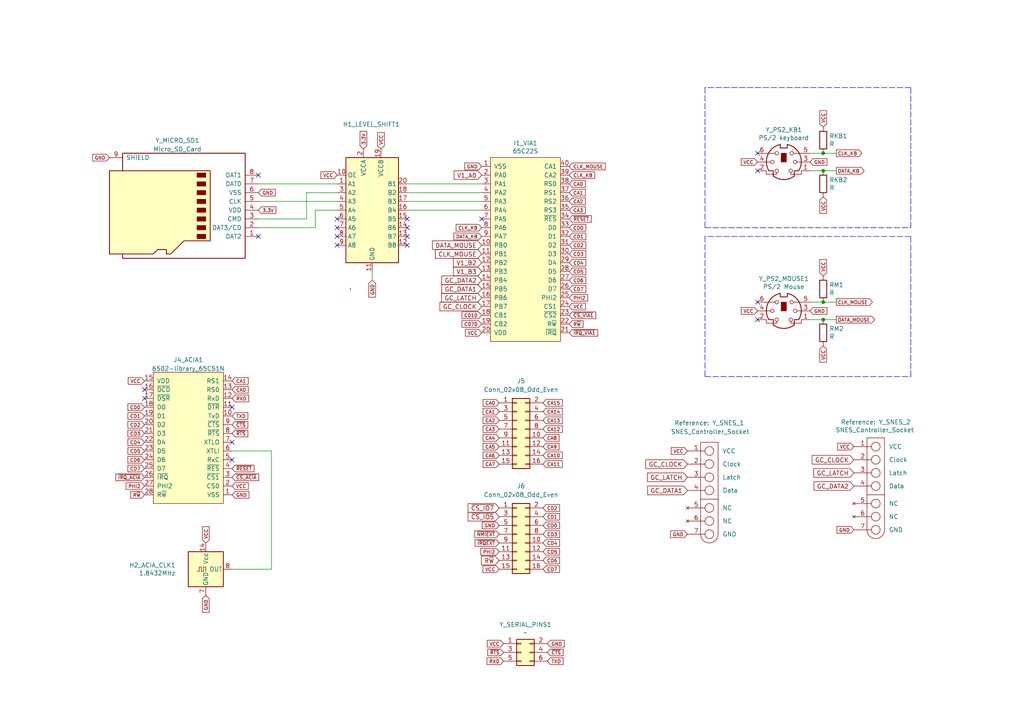
<source format=kicad_sch>
(kicad_sch
	(version 20231120)
	(generator "eeschema")
	(generator_version "8.0")
	(uuid "c3c9f787-3e68-4373-84fd-e883a7e8d1f9")
	(paper "A4")
	(lib_symbols
		(symbol "6502-library:65C22S"
			(pin_names
				(offset 1.016)
			)
			(exclude_from_sim no)
			(in_bom yes)
			(on_board yes)
			(property "Reference" "U"
				(at 0 -1.27 0)
				(effects
					(font
						(size 1.27 1.27)
					)
				)
			)
			(property "Value" "65C22S"
				(at 0 1.27 0)
				(effects
					(font
						(size 1.27 1.27)
					)
				)
			)
			(property "Footprint" "Package_DIP:DIP-40_W15.24mm_Socket"
				(at 0 26.67 0)
				(effects
					(font
						(size 1.27 1.27)
					)
					(hide yes)
				)
			)
			(property "Datasheet" ""
				(at 2.54 0 0)
				(effects
					(font
						(size 1.27 1.27)
					)
					(hide yes)
				)
			)
			(property "Description" ""
				(at 0 0 0)
				(effects
					(font
						(size 1.27 1.27)
					)
					(hide yes)
				)
			)
			(symbol "65C22S_1_1"
				(rectangle
					(start -10.16 25.4)
					(end 10.16 -27.94)
					(stroke
						(width 0)
						(type default)
					)
					(fill
						(type background)
					)
				)
				(pin power_in line
					(at -12.7 22.86 0)
					(length 2.54)
					(name "VSS"
						(effects
							(font
								(size 1.27 1.27)
							)
						)
					)
					(number "1"
						(effects
							(font
								(size 1.27 1.27)
							)
						)
					)
				)
				(pin bidirectional line
					(at -12.7 0 0)
					(length 2.54)
					(name "PB0"
						(effects
							(font
								(size 1.27 1.27)
							)
						)
					)
					(number "10"
						(effects
							(font
								(size 1.27 1.27)
							)
						)
					)
				)
				(pin bidirectional line
					(at -12.7 -2.54 0)
					(length 2.54)
					(name "PB1"
						(effects
							(font
								(size 1.27 1.27)
							)
						)
					)
					(number "11"
						(effects
							(font
								(size 1.27 1.27)
							)
						)
					)
				)
				(pin bidirectional line
					(at -12.7 -5.08 0)
					(length 2.54)
					(name "PB2"
						(effects
							(font
								(size 1.27 1.27)
							)
						)
					)
					(number "12"
						(effects
							(font
								(size 1.27 1.27)
							)
						)
					)
				)
				(pin bidirectional line
					(at -12.7 -7.62 0)
					(length 2.54)
					(name "PB3"
						(effects
							(font
								(size 1.27 1.27)
							)
						)
					)
					(number "13"
						(effects
							(font
								(size 1.27 1.27)
							)
						)
					)
				)
				(pin bidirectional line
					(at -12.7 -10.16 0)
					(length 2.54)
					(name "PB4"
						(effects
							(font
								(size 1.27 1.27)
							)
						)
					)
					(number "14"
						(effects
							(font
								(size 1.27 1.27)
							)
						)
					)
				)
				(pin bidirectional line
					(at -12.7 -12.7 0)
					(length 2.54)
					(name "PB5"
						(effects
							(font
								(size 1.27 1.27)
							)
						)
					)
					(number "15"
						(effects
							(font
								(size 1.27 1.27)
							)
						)
					)
				)
				(pin bidirectional line
					(at -12.7 -15.24 0)
					(length 2.54)
					(name "PB6"
						(effects
							(font
								(size 1.27 1.27)
							)
						)
					)
					(number "16"
						(effects
							(font
								(size 1.27 1.27)
							)
						)
					)
				)
				(pin bidirectional line
					(at -12.7 -17.78 0)
					(length 2.54)
					(name "PB7"
						(effects
							(font
								(size 1.27 1.27)
							)
						)
					)
					(number "17"
						(effects
							(font
								(size 1.27 1.27)
							)
						)
					)
				)
				(pin bidirectional line
					(at -12.7 -20.32 0)
					(length 2.54)
					(name "CB1"
						(effects
							(font
								(size 1.27 1.27)
							)
						)
					)
					(number "18"
						(effects
							(font
								(size 1.27 1.27)
							)
						)
					)
				)
				(pin bidirectional line
					(at -12.7 -22.86 0)
					(length 2.54)
					(name "CB2"
						(effects
							(font
								(size 1.27 1.27)
							)
						)
					)
					(number "19"
						(effects
							(font
								(size 1.27 1.27)
							)
						)
					)
				)
				(pin bidirectional line
					(at -12.7 20.32 0)
					(length 2.54)
					(name "PA0"
						(effects
							(font
								(size 1.27 1.27)
							)
						)
					)
					(number "2"
						(effects
							(font
								(size 1.27 1.27)
							)
						)
					)
				)
				(pin power_in line
					(at -12.7 -25.4 0)
					(length 2.54)
					(name "VDD"
						(effects
							(font
								(size 1.27 1.27)
							)
						)
					)
					(number "20"
						(effects
							(font
								(size 1.27 1.27)
							)
						)
					)
				)
				(pin output line
					(at 12.7 -25.4 180)
					(length 2.54)
					(name "~{IRQ}"
						(effects
							(font
								(size 1.27 1.27)
							)
						)
					)
					(number "21"
						(effects
							(font
								(size 1.27 1.27)
							)
						)
					)
				)
				(pin input line
					(at 12.7 -22.86 180)
					(length 2.54)
					(name "R~{W}"
						(effects
							(font
								(size 1.27 1.27)
							)
						)
					)
					(number "22"
						(effects
							(font
								(size 1.27 1.27)
							)
						)
					)
				)
				(pin input line
					(at 12.7 -20.32 180)
					(length 2.54)
					(name "~{CS2}"
						(effects
							(font
								(size 1.27 1.27)
							)
						)
					)
					(number "23"
						(effects
							(font
								(size 1.27 1.27)
							)
						)
					)
				)
				(pin input line
					(at 12.7 -17.78 180)
					(length 2.54)
					(name "CS1"
						(effects
							(font
								(size 1.27 1.27)
							)
						)
					)
					(number "24"
						(effects
							(font
								(size 1.27 1.27)
							)
						)
					)
				)
				(pin input line
					(at 12.7 -15.24 180)
					(length 2.54)
					(name "PHI2"
						(effects
							(font
								(size 1.27 1.27)
							)
						)
					)
					(number "25"
						(effects
							(font
								(size 1.27 1.27)
							)
						)
					)
				)
				(pin bidirectional line
					(at 12.7 -12.7 180)
					(length 2.54)
					(name "D7"
						(effects
							(font
								(size 1.27 1.27)
							)
						)
					)
					(number "26"
						(effects
							(font
								(size 1.27 1.27)
							)
						)
					)
				)
				(pin bidirectional line
					(at 12.7 -10.16 180)
					(length 2.54)
					(name "D6"
						(effects
							(font
								(size 1.27 1.27)
							)
						)
					)
					(number "27"
						(effects
							(font
								(size 1.27 1.27)
							)
						)
					)
				)
				(pin bidirectional line
					(at 12.7 -7.62 180)
					(length 2.54)
					(name "D5"
						(effects
							(font
								(size 1.27 1.27)
							)
						)
					)
					(number "28"
						(effects
							(font
								(size 1.27 1.27)
							)
						)
					)
				)
				(pin bidirectional line
					(at 12.7 -5.08 180)
					(length 2.54)
					(name "D4"
						(effects
							(font
								(size 1.27 1.27)
							)
						)
					)
					(number "29"
						(effects
							(font
								(size 1.27 1.27)
							)
						)
					)
				)
				(pin bidirectional line
					(at -12.7 17.78 0)
					(length 2.54)
					(name "PA1"
						(effects
							(font
								(size 1.27 1.27)
							)
						)
					)
					(number "3"
						(effects
							(font
								(size 1.27 1.27)
							)
						)
					)
				)
				(pin bidirectional line
					(at 12.7 -2.54 180)
					(length 2.54)
					(name "D3"
						(effects
							(font
								(size 1.27 1.27)
							)
						)
					)
					(number "30"
						(effects
							(font
								(size 1.27 1.27)
							)
						)
					)
				)
				(pin bidirectional line
					(at 12.7 0 180)
					(length 2.54)
					(name "D2"
						(effects
							(font
								(size 1.27 1.27)
							)
						)
					)
					(number "31"
						(effects
							(font
								(size 1.27 1.27)
							)
						)
					)
				)
				(pin bidirectional line
					(at 12.7 2.54 180)
					(length 2.54)
					(name "D1"
						(effects
							(font
								(size 1.27 1.27)
							)
						)
					)
					(number "32"
						(effects
							(font
								(size 1.27 1.27)
							)
						)
					)
				)
				(pin bidirectional line
					(at 12.7 5.08 180)
					(length 2.54)
					(name "D0"
						(effects
							(font
								(size 1.27 1.27)
							)
						)
					)
					(number "33"
						(effects
							(font
								(size 1.27 1.27)
							)
						)
					)
				)
				(pin input line
					(at 12.7 7.62 180)
					(length 2.54)
					(name "~{RES}"
						(effects
							(font
								(size 1.27 1.27)
							)
						)
					)
					(number "34"
						(effects
							(font
								(size 1.27 1.27)
							)
						)
					)
				)
				(pin input line
					(at 12.7 10.16 180)
					(length 2.54)
					(name "RS3"
						(effects
							(font
								(size 1.27 1.27)
							)
						)
					)
					(number "35"
						(effects
							(font
								(size 1.27 1.27)
							)
						)
					)
				)
				(pin input line
					(at 12.7 12.7 180)
					(length 2.54)
					(name "RS2"
						(effects
							(font
								(size 1.27 1.27)
							)
						)
					)
					(number "36"
						(effects
							(font
								(size 1.27 1.27)
							)
						)
					)
				)
				(pin input line
					(at 12.7 15.24 180)
					(length 2.54)
					(name "RS1"
						(effects
							(font
								(size 1.27 1.27)
							)
						)
					)
					(number "37"
						(effects
							(font
								(size 1.27 1.27)
							)
						)
					)
				)
				(pin input line
					(at 12.7 17.78 180)
					(length 2.54)
					(name "RS0"
						(effects
							(font
								(size 1.27 1.27)
							)
						)
					)
					(number "38"
						(effects
							(font
								(size 1.27 1.27)
							)
						)
					)
				)
				(pin bidirectional line
					(at 12.7 20.32 180)
					(length 2.54)
					(name "CA2"
						(effects
							(font
								(size 1.27 1.27)
							)
						)
					)
					(number "39"
						(effects
							(font
								(size 1.27 1.27)
							)
						)
					)
				)
				(pin bidirectional line
					(at -12.7 15.24 0)
					(length 2.54)
					(name "PA2"
						(effects
							(font
								(size 1.27 1.27)
							)
						)
					)
					(number "4"
						(effects
							(font
								(size 1.27 1.27)
							)
						)
					)
				)
				(pin bidirectional line
					(at 12.7 22.86 180)
					(length 2.54)
					(name "CA1"
						(effects
							(font
								(size 1.27 1.27)
							)
						)
					)
					(number "40"
						(effects
							(font
								(size 1.27 1.27)
							)
						)
					)
				)
				(pin bidirectional line
					(at -12.7 12.7 0)
					(length 2.54)
					(name "PA3"
						(effects
							(font
								(size 1.27 1.27)
							)
						)
					)
					(number "5"
						(effects
							(font
								(size 1.27 1.27)
							)
						)
					)
				)
				(pin bidirectional line
					(at -12.7 10.16 0)
					(length 2.54)
					(name "PA4"
						(effects
							(font
								(size 1.27 1.27)
							)
						)
					)
					(number "6"
						(effects
							(font
								(size 1.27 1.27)
							)
						)
					)
				)
				(pin bidirectional line
					(at -12.7 7.62 0)
					(length 2.54)
					(name "PA5"
						(effects
							(font
								(size 1.27 1.27)
							)
						)
					)
					(number "7"
						(effects
							(font
								(size 1.27 1.27)
							)
						)
					)
				)
				(pin bidirectional line
					(at -12.7 5.08 0)
					(length 2.54)
					(name "PA6"
						(effects
							(font
								(size 1.27 1.27)
							)
						)
					)
					(number "8"
						(effects
							(font
								(size 1.27 1.27)
							)
						)
					)
				)
				(pin bidirectional line
					(at -12.7 2.54 0)
					(length 2.54)
					(name "PA7"
						(effects
							(font
								(size 1.27 1.27)
							)
						)
					)
					(number "9"
						(effects
							(font
								(size 1.27 1.27)
							)
						)
					)
				)
			)
		)
		(symbol "Connector:Micro_SD_Card"
			(pin_names
				(offset 1.016)
			)
			(exclude_from_sim no)
			(in_bom yes)
			(on_board yes)
			(property "Reference" "J"
				(at -16.51 15.24 0)
				(effects
					(font
						(size 1.27 1.27)
					)
				)
			)
			(property "Value" "Micro_SD_Card"
				(at 16.51 15.24 0)
				(effects
					(font
						(size 1.27 1.27)
					)
					(justify right)
				)
			)
			(property "Footprint" ""
				(at 29.21 7.62 0)
				(effects
					(font
						(size 1.27 1.27)
					)
					(hide yes)
				)
			)
			(property "Datasheet" "http://katalog.we-online.de/em/datasheet/693072010801.pdf"
				(at 0 0 0)
				(effects
					(font
						(size 1.27 1.27)
					)
					(hide yes)
				)
			)
			(property "Description" "Micro SD Card Socket"
				(at 0 0 0)
				(effects
					(font
						(size 1.27 1.27)
					)
					(hide yes)
				)
			)
			(property "ki_keywords" "connector SD microsd"
				(at 0 0 0)
				(effects
					(font
						(size 1.27 1.27)
					)
					(hide yes)
				)
			)
			(property "ki_fp_filters" "microSD*"
				(at 0 0 0)
				(effects
					(font
						(size 1.27 1.27)
					)
					(hide yes)
				)
			)
			(symbol "Micro_SD_Card_0_1"
				(rectangle
					(start -7.62 -9.525)
					(end -5.08 -10.795)
					(stroke
						(width 0)
						(type default)
					)
					(fill
						(type outline)
					)
				)
				(rectangle
					(start -7.62 -6.985)
					(end -5.08 -8.255)
					(stroke
						(width 0)
						(type default)
					)
					(fill
						(type outline)
					)
				)
				(rectangle
					(start -7.62 -4.445)
					(end -5.08 -5.715)
					(stroke
						(width 0)
						(type default)
					)
					(fill
						(type outline)
					)
				)
				(rectangle
					(start -7.62 -1.905)
					(end -5.08 -3.175)
					(stroke
						(width 0)
						(type default)
					)
					(fill
						(type outline)
					)
				)
				(rectangle
					(start -7.62 0.635)
					(end -5.08 -0.635)
					(stroke
						(width 0)
						(type default)
					)
					(fill
						(type outline)
					)
				)
				(rectangle
					(start -7.62 3.175)
					(end -5.08 1.905)
					(stroke
						(width 0)
						(type default)
					)
					(fill
						(type outline)
					)
				)
				(rectangle
					(start -7.62 5.715)
					(end -5.08 4.445)
					(stroke
						(width 0)
						(type default)
					)
					(fill
						(type outline)
					)
				)
				(rectangle
					(start -7.62 8.255)
					(end -5.08 6.985)
					(stroke
						(width 0)
						(type default)
					)
					(fill
						(type outline)
					)
				)
				(polyline
					(pts
						(xy 16.51 12.7) (xy 16.51 13.97) (xy -19.05 13.97) (xy -19.05 -16.51) (xy 16.51 -16.51) (xy 16.51 -11.43)
					)
					(stroke
						(width 0.254)
						(type default)
					)
					(fill
						(type none)
					)
				)
				(polyline
					(pts
						(xy -8.89 -11.43) (xy -8.89 8.89) (xy -1.27 8.89) (xy 2.54 12.7) (xy 3.81 12.7) (xy 3.81 11.43)
						(xy 6.35 11.43) (xy 7.62 12.7) (xy 20.32 12.7) (xy 20.32 -11.43) (xy -8.89 -11.43)
					)
					(stroke
						(width 0.254)
						(type default)
					)
					(fill
						(type background)
					)
				)
			)
			(symbol "Micro_SD_Card_1_1"
				(pin bidirectional line
					(at -22.86 7.62 0)
					(length 3.81)
					(name "DAT2"
						(effects
							(font
								(size 1.27 1.27)
							)
						)
					)
					(number "1"
						(effects
							(font
								(size 1.27 1.27)
							)
						)
					)
				)
				(pin bidirectional line
					(at -22.86 5.08 0)
					(length 3.81)
					(name "DAT3/CD"
						(effects
							(font
								(size 1.27 1.27)
							)
						)
					)
					(number "2"
						(effects
							(font
								(size 1.27 1.27)
							)
						)
					)
				)
				(pin input line
					(at -22.86 2.54 0)
					(length 3.81)
					(name "CMD"
						(effects
							(font
								(size 1.27 1.27)
							)
						)
					)
					(number "3"
						(effects
							(font
								(size 1.27 1.27)
							)
						)
					)
				)
				(pin power_in line
					(at -22.86 0 0)
					(length 3.81)
					(name "VDD"
						(effects
							(font
								(size 1.27 1.27)
							)
						)
					)
					(number "4"
						(effects
							(font
								(size 1.27 1.27)
							)
						)
					)
				)
				(pin input line
					(at -22.86 -2.54 0)
					(length 3.81)
					(name "CLK"
						(effects
							(font
								(size 1.27 1.27)
							)
						)
					)
					(number "5"
						(effects
							(font
								(size 1.27 1.27)
							)
						)
					)
				)
				(pin power_in line
					(at -22.86 -5.08 0)
					(length 3.81)
					(name "VSS"
						(effects
							(font
								(size 1.27 1.27)
							)
						)
					)
					(number "6"
						(effects
							(font
								(size 1.27 1.27)
							)
						)
					)
				)
				(pin bidirectional line
					(at -22.86 -7.62 0)
					(length 3.81)
					(name "DAT0"
						(effects
							(font
								(size 1.27 1.27)
							)
						)
					)
					(number "7"
						(effects
							(font
								(size 1.27 1.27)
							)
						)
					)
				)
				(pin bidirectional line
					(at -22.86 -10.16 0)
					(length 3.81)
					(name "DAT1"
						(effects
							(font
								(size 1.27 1.27)
							)
						)
					)
					(number "8"
						(effects
							(font
								(size 1.27 1.27)
							)
						)
					)
				)
				(pin passive line
					(at 20.32 -15.24 180)
					(length 3.81)
					(name "SHIELD"
						(effects
							(font
								(size 1.27 1.27)
							)
						)
					)
					(number "9"
						(effects
							(font
								(size 1.27 1.27)
							)
						)
					)
				)
			)
		)
		(symbol "Connector:Mini-DIN-6"
			(pin_names
				(offset 1.016)
			)
			(exclude_from_sim no)
			(in_bom yes)
			(on_board yes)
			(property "Reference" "J"
				(at 0 6.35 0)
				(effects
					(font
						(size 1.27 1.27)
					)
				)
			)
			(property "Value" "Mini-DIN-6"
				(at 0 -6.35 0)
				(effects
					(font
						(size 1.27 1.27)
					)
				)
			)
			(property "Footprint" ""
				(at 0 0 0)
				(effects
					(font
						(size 1.27 1.27)
					)
					(hide yes)
				)
			)
			(property "Datasheet" "http://service.powerdynamics.com/ec/Catalog17/Section%2011.pdf"
				(at 0 0 0)
				(effects
					(font
						(size 1.27 1.27)
					)
					(hide yes)
				)
			)
			(property "Description" "6-pin Mini-DIN connector"
				(at 0 0 0)
				(effects
					(font
						(size 1.27 1.27)
					)
					(hide yes)
				)
			)
			(property "ki_keywords" "Mini-DIN"
				(at 0 0 0)
				(effects
					(font
						(size 1.27 1.27)
					)
					(hide yes)
				)
			)
			(property "ki_fp_filters" "MINI?DIN*"
				(at 0 0 0)
				(effects
					(font
						(size 1.27 1.27)
					)
					(hide yes)
				)
			)
			(symbol "Mini-DIN-6_0_1"
				(circle
					(center -3.302 0)
					(radius 0.508)
					(stroke
						(width 0)
						(type default)
					)
					(fill
						(type none)
					)
				)
				(arc
					(start -3.048 -4.064)
					(mid 0 -5.08)
					(end 3.048 -4.064)
					(stroke
						(width 0.254)
						(type default)
					)
					(fill
						(type none)
					)
				)
				(circle
					(center -2.032 -2.54)
					(radius 0.508)
					(stroke
						(width 0)
						(type default)
					)
					(fill
						(type none)
					)
				)
				(circle
					(center -2.032 2.54)
					(radius 0.508)
					(stroke
						(width 0)
						(type default)
					)
					(fill
						(type none)
					)
				)
				(arc
					(start -1.016 5.08)
					(mid -4.6228 2.1214)
					(end -4.318 -2.54)
					(stroke
						(width 0.254)
						(type default)
					)
					(fill
						(type none)
					)
				)
				(rectangle
					(start -0.762 2.54)
					(end 0.762 0)
					(stroke
						(width 0)
						(type default)
					)
					(fill
						(type outline)
					)
				)
				(polyline
					(pts
						(xy -3.81 0) (xy -5.08 0)
					)
					(stroke
						(width 0)
						(type default)
					)
					(fill
						(type none)
					)
				)
				(polyline
					(pts
						(xy -2.54 2.54) (xy -5.08 2.54)
					)
					(stroke
						(width 0)
						(type default)
					)
					(fill
						(type none)
					)
				)
				(polyline
					(pts
						(xy 2.794 2.54) (xy 5.08 2.54)
					)
					(stroke
						(width 0)
						(type default)
					)
					(fill
						(type none)
					)
				)
				(polyline
					(pts
						(xy 5.08 0) (xy 3.81 0)
					)
					(stroke
						(width 0)
						(type default)
					)
					(fill
						(type none)
					)
				)
				(polyline
					(pts
						(xy -4.318 -2.54) (xy -3.048 -2.54) (xy -3.048 -4.064)
					)
					(stroke
						(width 0.254)
						(type default)
					)
					(fill
						(type none)
					)
				)
				(polyline
					(pts
						(xy 4.318 -2.54) (xy 3.048 -2.54) (xy 3.048 -4.064)
					)
					(stroke
						(width 0.254)
						(type default)
					)
					(fill
						(type none)
					)
				)
				(polyline
					(pts
						(xy -2.032 -3.048) (xy -2.032 -3.556) (xy -5.08 -3.556) (xy -5.08 -2.54)
					)
					(stroke
						(width 0)
						(type default)
					)
					(fill
						(type none)
					)
				)
				(polyline
					(pts
						(xy -1.016 5.08) (xy -1.016 4.064) (xy 1.016 4.064) (xy 1.016 5.08)
					)
					(stroke
						(width 0.254)
						(type default)
					)
					(fill
						(type none)
					)
				)
				(polyline
					(pts
						(xy 2.032 -3.048) (xy 2.032 -3.556) (xy 5.08 -3.556) (xy 5.08 -2.54)
					)
					(stroke
						(width 0)
						(type default)
					)
					(fill
						(type none)
					)
				)
				(circle
					(center 2.032 -2.54)
					(radius 0.508)
					(stroke
						(width 0)
						(type default)
					)
					(fill
						(type none)
					)
				)
				(circle
					(center 2.286 2.54)
					(radius 0.508)
					(stroke
						(width 0)
						(type default)
					)
					(fill
						(type none)
					)
				)
				(circle
					(center 3.302 0)
					(radius 0.508)
					(stroke
						(width 0)
						(type default)
					)
					(fill
						(type none)
					)
				)
				(arc
					(start 4.318 -2.54)
					(mid 4.6661 2.1322)
					(end 1.016 5.08)
					(stroke
						(width 0.254)
						(type default)
					)
					(fill
						(type none)
					)
				)
			)
			(symbol "Mini-DIN-6_1_1"
				(pin passive line
					(at 7.62 -2.54 180)
					(length 2.54)
					(name "~"
						(effects
							(font
								(size 1.27 1.27)
							)
						)
					)
					(number "1"
						(effects
							(font
								(size 1.27 1.27)
							)
						)
					)
				)
				(pin passive line
					(at -7.62 -2.54 0)
					(length 2.54)
					(name "~"
						(effects
							(font
								(size 1.27 1.27)
							)
						)
					)
					(number "2"
						(effects
							(font
								(size 1.27 1.27)
							)
						)
					)
				)
				(pin passive line
					(at 7.62 0 180)
					(length 2.54)
					(name "~"
						(effects
							(font
								(size 1.27 1.27)
							)
						)
					)
					(number "3"
						(effects
							(font
								(size 1.27 1.27)
							)
						)
					)
				)
				(pin passive line
					(at -7.62 0 0)
					(length 2.54)
					(name "~"
						(effects
							(font
								(size 1.27 1.27)
							)
						)
					)
					(number "4"
						(effects
							(font
								(size 1.27 1.27)
							)
						)
					)
				)
				(pin passive line
					(at 7.62 2.54 180)
					(length 2.54)
					(name "~"
						(effects
							(font
								(size 1.27 1.27)
							)
						)
					)
					(number "5"
						(effects
							(font
								(size 1.27 1.27)
							)
						)
					)
				)
				(pin passive line
					(at -7.62 2.54 0)
					(length 2.54)
					(name "~"
						(effects
							(font
								(size 1.27 1.27)
							)
						)
					)
					(number "6"
						(effects
							(font
								(size 1.27 1.27)
							)
						)
					)
				)
			)
		)
		(symbol "Connector_Generic:Conn_02x03_Odd_Even"
			(pin_names
				(offset 1.016) hide)
			(exclude_from_sim no)
			(in_bom yes)
			(on_board yes)
			(property "Reference" "J"
				(at 1.27 5.08 0)
				(effects
					(font
						(size 1.27 1.27)
					)
				)
			)
			(property "Value" "Conn_02x03_Odd_Even"
				(at 1.27 -5.08 0)
				(effects
					(font
						(size 1.27 1.27)
					)
				)
			)
			(property "Footprint" ""
				(at 0 0 0)
				(effects
					(font
						(size 1.27 1.27)
					)
					(hide yes)
				)
			)
			(property "Datasheet" "~"
				(at 0 0 0)
				(effects
					(font
						(size 1.27 1.27)
					)
					(hide yes)
				)
			)
			(property "Description" "Generic connector, double row, 02x03, odd/even pin numbering scheme (row 1 odd numbers, row 2 even numbers), script generated (kicad-library-utils/schlib/autogen/connector/)"
				(at 0 0 0)
				(effects
					(font
						(size 1.27 1.27)
					)
					(hide yes)
				)
			)
			(property "ki_keywords" "connector"
				(at 0 0 0)
				(effects
					(font
						(size 1.27 1.27)
					)
					(hide yes)
				)
			)
			(property "ki_fp_filters" "Connector*:*_2x??_*"
				(at 0 0 0)
				(effects
					(font
						(size 1.27 1.27)
					)
					(hide yes)
				)
			)
			(symbol "Conn_02x03_Odd_Even_1_1"
				(rectangle
					(start -1.27 -2.413)
					(end 0 -2.667)
					(stroke
						(width 0.1524)
						(type default)
					)
					(fill
						(type none)
					)
				)
				(rectangle
					(start -1.27 0.127)
					(end 0 -0.127)
					(stroke
						(width 0.1524)
						(type default)
					)
					(fill
						(type none)
					)
				)
				(rectangle
					(start -1.27 2.667)
					(end 0 2.413)
					(stroke
						(width 0.1524)
						(type default)
					)
					(fill
						(type none)
					)
				)
				(rectangle
					(start -1.27 3.81)
					(end 3.81 -3.81)
					(stroke
						(width 0.254)
						(type default)
					)
					(fill
						(type background)
					)
				)
				(rectangle
					(start 3.81 -2.413)
					(end 2.54 -2.667)
					(stroke
						(width 0.1524)
						(type default)
					)
					(fill
						(type none)
					)
				)
				(rectangle
					(start 3.81 0.127)
					(end 2.54 -0.127)
					(stroke
						(width 0.1524)
						(type default)
					)
					(fill
						(type none)
					)
				)
				(rectangle
					(start 3.81 2.667)
					(end 2.54 2.413)
					(stroke
						(width 0.1524)
						(type default)
					)
					(fill
						(type none)
					)
				)
				(pin passive line
					(at -5.08 2.54 0)
					(length 3.81)
					(name "Pin_1"
						(effects
							(font
								(size 1.27 1.27)
							)
						)
					)
					(number "1"
						(effects
							(font
								(size 1.27 1.27)
							)
						)
					)
				)
				(pin passive line
					(at 7.62 2.54 180)
					(length 3.81)
					(name "Pin_2"
						(effects
							(font
								(size 1.27 1.27)
							)
						)
					)
					(number "2"
						(effects
							(font
								(size 1.27 1.27)
							)
						)
					)
				)
				(pin passive line
					(at -5.08 0 0)
					(length 3.81)
					(name "Pin_3"
						(effects
							(font
								(size 1.27 1.27)
							)
						)
					)
					(number "3"
						(effects
							(font
								(size 1.27 1.27)
							)
						)
					)
				)
				(pin passive line
					(at 7.62 0 180)
					(length 3.81)
					(name "Pin_4"
						(effects
							(font
								(size 1.27 1.27)
							)
						)
					)
					(number "4"
						(effects
							(font
								(size 1.27 1.27)
							)
						)
					)
				)
				(pin passive line
					(at -5.08 -2.54 0)
					(length 3.81)
					(name "Pin_5"
						(effects
							(font
								(size 1.27 1.27)
							)
						)
					)
					(number "5"
						(effects
							(font
								(size 1.27 1.27)
							)
						)
					)
				)
				(pin passive line
					(at 7.62 -2.54 180)
					(length 3.81)
					(name "Pin_6"
						(effects
							(font
								(size 1.27 1.27)
							)
						)
					)
					(number "6"
						(effects
							(font
								(size 1.27 1.27)
							)
						)
					)
				)
			)
		)
		(symbol "Connector_Generic:Conn_02x08_Odd_Even"
			(pin_names
				(offset 1.016) hide)
			(exclude_from_sim no)
			(in_bom yes)
			(on_board yes)
			(property "Reference" "J"
				(at 1.27 10.16 0)
				(effects
					(font
						(size 1.27 1.27)
					)
				)
			)
			(property "Value" "Conn_02x08_Odd_Even"
				(at 1.27 -12.7 0)
				(effects
					(font
						(size 1.27 1.27)
					)
				)
			)
			(property "Footprint" ""
				(at 0 0 0)
				(effects
					(font
						(size 1.27 1.27)
					)
					(hide yes)
				)
			)
			(property "Datasheet" "~"
				(at 0 0 0)
				(effects
					(font
						(size 1.27 1.27)
					)
					(hide yes)
				)
			)
			(property "Description" "Generic connector, double row, 02x08, odd/even pin numbering scheme (row 1 odd numbers, row 2 even numbers), script generated (kicad-library-utils/schlib/autogen/connector/)"
				(at 0 0 0)
				(effects
					(font
						(size 1.27 1.27)
					)
					(hide yes)
				)
			)
			(property "ki_keywords" "connector"
				(at 0 0 0)
				(effects
					(font
						(size 1.27 1.27)
					)
					(hide yes)
				)
			)
			(property "ki_fp_filters" "Connector*:*_2x??_*"
				(at 0 0 0)
				(effects
					(font
						(size 1.27 1.27)
					)
					(hide yes)
				)
			)
			(symbol "Conn_02x08_Odd_Even_1_1"
				(rectangle
					(start -1.27 -10.033)
					(end 0 -10.287)
					(stroke
						(width 0.1524)
						(type default)
					)
					(fill
						(type none)
					)
				)
				(rectangle
					(start -1.27 -7.493)
					(end 0 -7.747)
					(stroke
						(width 0.1524)
						(type default)
					)
					(fill
						(type none)
					)
				)
				(rectangle
					(start -1.27 -4.953)
					(end 0 -5.207)
					(stroke
						(width 0.1524)
						(type default)
					)
					(fill
						(type none)
					)
				)
				(rectangle
					(start -1.27 -2.413)
					(end 0 -2.667)
					(stroke
						(width 0.1524)
						(type default)
					)
					(fill
						(type none)
					)
				)
				(rectangle
					(start -1.27 0.127)
					(end 0 -0.127)
					(stroke
						(width 0.1524)
						(type default)
					)
					(fill
						(type none)
					)
				)
				(rectangle
					(start -1.27 2.667)
					(end 0 2.413)
					(stroke
						(width 0.1524)
						(type default)
					)
					(fill
						(type none)
					)
				)
				(rectangle
					(start -1.27 5.207)
					(end 0 4.953)
					(stroke
						(width 0.1524)
						(type default)
					)
					(fill
						(type none)
					)
				)
				(rectangle
					(start -1.27 7.747)
					(end 0 7.493)
					(stroke
						(width 0.1524)
						(type default)
					)
					(fill
						(type none)
					)
				)
				(rectangle
					(start -1.27 8.89)
					(end 3.81 -11.43)
					(stroke
						(width 0.254)
						(type default)
					)
					(fill
						(type background)
					)
				)
				(rectangle
					(start 3.81 -10.033)
					(end 2.54 -10.287)
					(stroke
						(width 0.1524)
						(type default)
					)
					(fill
						(type none)
					)
				)
				(rectangle
					(start 3.81 -7.493)
					(end 2.54 -7.747)
					(stroke
						(width 0.1524)
						(type default)
					)
					(fill
						(type none)
					)
				)
				(rectangle
					(start 3.81 -4.953)
					(end 2.54 -5.207)
					(stroke
						(width 0.1524)
						(type default)
					)
					(fill
						(type none)
					)
				)
				(rectangle
					(start 3.81 -2.413)
					(end 2.54 -2.667)
					(stroke
						(width 0.1524)
						(type default)
					)
					(fill
						(type none)
					)
				)
				(rectangle
					(start 3.81 0.127)
					(end 2.54 -0.127)
					(stroke
						(width 0.1524)
						(type default)
					)
					(fill
						(type none)
					)
				)
				(rectangle
					(start 3.81 2.667)
					(end 2.54 2.413)
					(stroke
						(width 0.1524)
						(type default)
					)
					(fill
						(type none)
					)
				)
				(rectangle
					(start 3.81 5.207)
					(end 2.54 4.953)
					(stroke
						(width 0.1524)
						(type default)
					)
					(fill
						(type none)
					)
				)
				(rectangle
					(start 3.81 7.747)
					(end 2.54 7.493)
					(stroke
						(width 0.1524)
						(type default)
					)
					(fill
						(type none)
					)
				)
				(pin passive line
					(at -5.08 7.62 0)
					(length 3.81)
					(name "Pin_1"
						(effects
							(font
								(size 1.27 1.27)
							)
						)
					)
					(number "1"
						(effects
							(font
								(size 1.27 1.27)
							)
						)
					)
				)
				(pin passive line
					(at 7.62 -2.54 180)
					(length 3.81)
					(name "Pin_10"
						(effects
							(font
								(size 1.27 1.27)
							)
						)
					)
					(number "10"
						(effects
							(font
								(size 1.27 1.27)
							)
						)
					)
				)
				(pin passive line
					(at -5.08 -5.08 0)
					(length 3.81)
					(name "Pin_11"
						(effects
							(font
								(size 1.27 1.27)
							)
						)
					)
					(number "11"
						(effects
							(font
								(size 1.27 1.27)
							)
						)
					)
				)
				(pin passive line
					(at 7.62 -5.08 180)
					(length 3.81)
					(name "Pin_12"
						(effects
							(font
								(size 1.27 1.27)
							)
						)
					)
					(number "12"
						(effects
							(font
								(size 1.27 1.27)
							)
						)
					)
				)
				(pin passive line
					(at -5.08 -7.62 0)
					(length 3.81)
					(name "Pin_13"
						(effects
							(font
								(size 1.27 1.27)
							)
						)
					)
					(number "13"
						(effects
							(font
								(size 1.27 1.27)
							)
						)
					)
				)
				(pin passive line
					(at 7.62 -7.62 180)
					(length 3.81)
					(name "Pin_14"
						(effects
							(font
								(size 1.27 1.27)
							)
						)
					)
					(number "14"
						(effects
							(font
								(size 1.27 1.27)
							)
						)
					)
				)
				(pin passive line
					(at -5.08 -10.16 0)
					(length 3.81)
					(name "Pin_15"
						(effects
							(font
								(size 1.27 1.27)
							)
						)
					)
					(number "15"
						(effects
							(font
								(size 1.27 1.27)
							)
						)
					)
				)
				(pin passive line
					(at 7.62 -10.16 180)
					(length 3.81)
					(name "Pin_16"
						(effects
							(font
								(size 1.27 1.27)
							)
						)
					)
					(number "16"
						(effects
							(font
								(size 1.27 1.27)
							)
						)
					)
				)
				(pin passive line
					(at 7.62 7.62 180)
					(length 3.81)
					(name "Pin_2"
						(effects
							(font
								(size 1.27 1.27)
							)
						)
					)
					(number "2"
						(effects
							(font
								(size 1.27 1.27)
							)
						)
					)
				)
				(pin passive line
					(at -5.08 5.08 0)
					(length 3.81)
					(name "Pin_3"
						(effects
							(font
								(size 1.27 1.27)
							)
						)
					)
					(number "3"
						(effects
							(font
								(size 1.27 1.27)
							)
						)
					)
				)
				(pin passive line
					(at 7.62 5.08 180)
					(length 3.81)
					(name "Pin_4"
						(effects
							(font
								(size 1.27 1.27)
							)
						)
					)
					(number "4"
						(effects
							(font
								(size 1.27 1.27)
							)
						)
					)
				)
				(pin passive line
					(at -5.08 2.54 0)
					(length 3.81)
					(name "Pin_5"
						(effects
							(font
								(size 1.27 1.27)
							)
						)
					)
					(number "5"
						(effects
							(font
								(size 1.27 1.27)
							)
						)
					)
				)
				(pin passive line
					(at 7.62 2.54 180)
					(length 3.81)
					(name "Pin_6"
						(effects
							(font
								(size 1.27 1.27)
							)
						)
					)
					(number "6"
						(effects
							(font
								(size 1.27 1.27)
							)
						)
					)
				)
				(pin passive line
					(at -5.08 0 0)
					(length 3.81)
					(name "Pin_7"
						(effects
							(font
								(size 1.27 1.27)
							)
						)
					)
					(number "7"
						(effects
							(font
								(size 1.27 1.27)
							)
						)
					)
				)
				(pin passive line
					(at 7.62 0 180)
					(length 3.81)
					(name "Pin_8"
						(effects
							(font
								(size 1.27 1.27)
							)
						)
					)
					(number "8"
						(effects
							(font
								(size 1.27 1.27)
							)
						)
					)
				)
				(pin passive line
					(at -5.08 -2.54 0)
					(length 3.81)
					(name "Pin_9"
						(effects
							(font
								(size 1.27 1.27)
							)
						)
					)
					(number "9"
						(effects
							(font
								(size 1.27 1.27)
							)
						)
					)
				)
			)
		)
		(symbol "Device:R"
			(pin_numbers hide)
			(pin_names
				(offset 0)
			)
			(exclude_from_sim no)
			(in_bom yes)
			(on_board yes)
			(property "Reference" "R"
				(at 2.032 0 90)
				(effects
					(font
						(size 1.27 1.27)
					)
				)
			)
			(property "Value" "R"
				(at 0 0 90)
				(effects
					(font
						(size 1.27 1.27)
					)
				)
			)
			(property "Footprint" ""
				(at -1.778 0 90)
				(effects
					(font
						(size 1.27 1.27)
					)
					(hide yes)
				)
			)
			(property "Datasheet" "~"
				(at 0 0 0)
				(effects
					(font
						(size 1.27 1.27)
					)
					(hide yes)
				)
			)
			(property "Description" "Resistor"
				(at 0 0 0)
				(effects
					(font
						(size 1.27 1.27)
					)
					(hide yes)
				)
			)
			(property "ki_keywords" "R res resistor"
				(at 0 0 0)
				(effects
					(font
						(size 1.27 1.27)
					)
					(hide yes)
				)
			)
			(property "ki_fp_filters" "R_*"
				(at 0 0 0)
				(effects
					(font
						(size 1.27 1.27)
					)
					(hide yes)
				)
			)
			(symbol "R_0_1"
				(rectangle
					(start -1.016 -2.54)
					(end 1.016 2.54)
					(stroke
						(width 0.254)
						(type default)
					)
					(fill
						(type none)
					)
				)
			)
			(symbol "R_1_1"
				(pin passive line
					(at 0 3.81 270)
					(length 1.27)
					(name "~"
						(effects
							(font
								(size 1.27 1.27)
							)
						)
					)
					(number "1"
						(effects
							(font
								(size 1.27 1.27)
							)
						)
					)
				)
				(pin passive line
					(at 0 -3.81 90)
					(length 1.27)
					(name "~"
						(effects
							(font
								(size 1.27 1.27)
							)
						)
					)
					(number "2"
						(effects
							(font
								(size 1.27 1.27)
							)
						)
					)
				)
			)
		)
		(symbol "EB6502-custom:6502-library_65C51N"
			(pin_names
				(offset 1.016)
			)
			(exclude_from_sim no)
			(in_bom yes)
			(on_board yes)
			(property "Reference" "U"
				(at 0 -1.27 0)
				(effects
					(font
						(size 1.27 1.27)
					)
				)
			)
			(property "Value" "6502-library_65C51N"
				(at 0 1.27 0)
				(effects
					(font
						(size 1.27 1.27)
					)
				)
			)
			(property "Footprint" "Package_DIP:DIP-28_W15.24mm_Socket"
				(at -1.27 20.32 0)
				(effects
					(font
						(size 1.27 1.27)
					)
					(hide yes)
				)
			)
			(property "Datasheet" ""
				(at 0 0 0)
				(effects
					(font
						(size 1.27 1.27)
					)
					(hide yes)
				)
			)
			(property "Description" ""
				(at 0 0 0)
				(effects
					(font
						(size 1.27 1.27)
					)
					(hide yes)
				)
			)
			(symbol "6502-library_65C51N_0_1"
				(rectangle
					(start -10.16 19.05)
					(end 10.16 -19.05)
					(stroke
						(width 0)
						(type default)
					)
					(fill
						(type background)
					)
				)
			)
			(symbol "6502-library_65C51N_1_1"
				(pin power_in line
					(at -12.7 16.51 0)
					(length 2.54)
					(name "VSS"
						(effects
							(font
								(size 1.27 1.27)
							)
						)
					)
					(number "1"
						(effects
							(font
								(size 1.27 1.27)
							)
						)
					)
				)
				(pin output line
					(at -12.7 -6.35 0)
					(length 2.54)
					(name "TxD"
						(effects
							(font
								(size 1.27 1.27)
							)
						)
					)
					(number "10"
						(effects
							(font
								(size 1.27 1.27)
							)
						)
					)
				)
				(pin output line
					(at -12.7 -8.89 0)
					(length 2.54)
					(name "~{DTR}"
						(effects
							(font
								(size 1.27 1.27)
							)
						)
					)
					(number "11"
						(effects
							(font
								(size 1.27 1.27)
							)
						)
					)
				)
				(pin input line
					(at -12.7 -11.43 0)
					(length 2.54)
					(name "RxD"
						(effects
							(font
								(size 1.27 1.27)
							)
						)
					)
					(number "12"
						(effects
							(font
								(size 1.27 1.27)
							)
						)
					)
				)
				(pin input line
					(at -12.7 -13.97 0)
					(length 2.54)
					(name "RS0"
						(effects
							(font
								(size 1.27 1.27)
							)
						)
					)
					(number "13"
						(effects
							(font
								(size 1.27 1.27)
							)
						)
					)
				)
				(pin input line
					(at -12.7 -16.51 0)
					(length 2.54)
					(name "RS1"
						(effects
							(font
								(size 1.27 1.27)
							)
						)
					)
					(number "14"
						(effects
							(font
								(size 1.27 1.27)
							)
						)
					)
				)
				(pin power_in line
					(at 12.7 -16.51 180)
					(length 2.54)
					(name "VDD"
						(effects
							(font
								(size 1.27 1.27)
							)
						)
					)
					(number "15"
						(effects
							(font
								(size 1.27 1.27)
							)
						)
					)
				)
				(pin input line
					(at 12.7 -13.97 180)
					(length 2.54)
					(name "~{DCD}"
						(effects
							(font
								(size 1.27 1.27)
							)
						)
					)
					(number "16"
						(effects
							(font
								(size 1.27 1.27)
							)
						)
					)
				)
				(pin input line
					(at 12.7 -11.43 180)
					(length 2.54)
					(name "~{DSR}"
						(effects
							(font
								(size 1.27 1.27)
							)
						)
					)
					(number "17"
						(effects
							(font
								(size 1.27 1.27)
							)
						)
					)
				)
				(pin bidirectional line
					(at 12.7 -8.89 180)
					(length 2.54)
					(name "D0"
						(effects
							(font
								(size 1.27 1.27)
							)
						)
					)
					(number "18"
						(effects
							(font
								(size 1.27 1.27)
							)
						)
					)
				)
				(pin bidirectional line
					(at 12.7 -6.35 180)
					(length 2.54)
					(name "D1"
						(effects
							(font
								(size 1.27 1.27)
							)
						)
					)
					(number "19"
						(effects
							(font
								(size 1.27 1.27)
							)
						)
					)
				)
				(pin input line
					(at -12.7 13.97 0)
					(length 2.54)
					(name "CS0"
						(effects
							(font
								(size 1.27 1.27)
							)
						)
					)
					(number "2"
						(effects
							(font
								(size 1.27 1.27)
							)
						)
					)
				)
				(pin bidirectional line
					(at 12.7 -3.81 180)
					(length 2.54)
					(name "D2"
						(effects
							(font
								(size 1.27 1.27)
							)
						)
					)
					(number "20"
						(effects
							(font
								(size 1.27 1.27)
							)
						)
					)
				)
				(pin bidirectional line
					(at 12.7 -1.27 180)
					(length 2.54)
					(name "D3"
						(effects
							(font
								(size 1.27 1.27)
							)
						)
					)
					(number "21"
						(effects
							(font
								(size 1.27 1.27)
							)
						)
					)
				)
				(pin bidirectional line
					(at 12.7 1.27 180)
					(length 2.54)
					(name "D4"
						(effects
							(font
								(size 1.27 1.27)
							)
						)
					)
					(number "22"
						(effects
							(font
								(size 1.27 1.27)
							)
						)
					)
				)
				(pin bidirectional line
					(at 12.7 3.81 180)
					(length 2.54)
					(name "D5"
						(effects
							(font
								(size 1.27 1.27)
							)
						)
					)
					(number "23"
						(effects
							(font
								(size 1.27 1.27)
							)
						)
					)
				)
				(pin bidirectional line
					(at 12.7 6.35 180)
					(length 2.54)
					(name "D6"
						(effects
							(font
								(size 1.27 1.27)
							)
						)
					)
					(number "24"
						(effects
							(font
								(size 1.27 1.27)
							)
						)
					)
				)
				(pin bidirectional line
					(at 12.7 8.89 180)
					(length 2.54)
					(name "D7"
						(effects
							(font
								(size 1.27 1.27)
							)
						)
					)
					(number "25"
						(effects
							(font
								(size 1.27 1.27)
							)
						)
					)
				)
				(pin output line
					(at 12.7 11.43 180)
					(length 2.54)
					(name "~{IRQ}"
						(effects
							(font
								(size 1.27 1.27)
							)
						)
					)
					(number "26"
						(effects
							(font
								(size 1.27 1.27)
							)
						)
					)
				)
				(pin input line
					(at 12.7 13.97 180)
					(length 2.54)
					(name "PHI2"
						(effects
							(font
								(size 1.27 1.27)
							)
						)
					)
					(number "27"
						(effects
							(font
								(size 1.27 1.27)
							)
						)
					)
				)
				(pin input line
					(at 12.7 16.51 180)
					(length 2.54)
					(name "R~{W}"
						(effects
							(font
								(size 1.27 1.27)
							)
						)
					)
					(number "28"
						(effects
							(font
								(size 1.27 1.27)
							)
						)
					)
				)
				(pin input line
					(at -12.7 11.43 0)
					(length 2.54)
					(name "~{CS1}"
						(effects
							(font
								(size 1.27 1.27)
							)
						)
					)
					(number "3"
						(effects
							(font
								(size 1.27 1.27)
							)
						)
					)
				)
				(pin input line
					(at -12.7 8.89 0)
					(length 2.54)
					(name "~{RES}"
						(effects
							(font
								(size 1.27 1.27)
							)
						)
					)
					(number "4"
						(effects
							(font
								(size 1.27 1.27)
							)
						)
					)
				)
				(pin bidirectional line
					(at -12.7 6.35 0)
					(length 2.54)
					(name "RxC"
						(effects
							(font
								(size 1.27 1.27)
							)
						)
					)
					(number "5"
						(effects
							(font
								(size 1.27 1.27)
							)
						)
					)
				)
				(pin input line
					(at -12.7 3.81 0)
					(length 2.54)
					(name "XTLI"
						(effects
							(font
								(size 1.27 1.27)
							)
						)
					)
					(number "6"
						(effects
							(font
								(size 1.27 1.27)
							)
						)
					)
				)
				(pin output line
					(at -12.7 1.27 0)
					(length 2.54)
					(name "XTLO"
						(effects
							(font
								(size 1.27 1.27)
							)
						)
					)
					(number "7"
						(effects
							(font
								(size 1.27 1.27)
							)
						)
					)
				)
				(pin output line
					(at -12.7 -1.27 0)
					(length 2.54)
					(name "~{RTS}"
						(effects
							(font
								(size 1.27 1.27)
							)
						)
					)
					(number "8"
						(effects
							(font
								(size 1.27 1.27)
							)
						)
					)
				)
				(pin input line
					(at -12.7 -3.81 0)
					(length 2.54)
					(name "~{CTS}"
						(effects
							(font
								(size 1.27 1.27)
							)
						)
					)
					(number "9"
						(effects
							(font
								(size 1.27 1.27)
							)
						)
					)
				)
			)
		)
		(symbol "Logic_LevelTranslator:TXS0108EPW"
			(exclude_from_sim no)
			(in_bom yes)
			(on_board yes)
			(property "Reference" "U"
				(at -6.35 16.51 0)
				(effects
					(font
						(size 1.27 1.27)
					)
				)
			)
			(property "Value" "TXS0108EPW"
				(at 3.81 16.51 0)
				(effects
					(font
						(size 1.27 1.27)
					)
					(justify left)
				)
			)
			(property "Footprint" "Package_SO:TSSOP-20_4.4x6.5mm_P0.65mm"
				(at 0 -19.05 0)
				(effects
					(font
						(size 1.27 1.27)
					)
					(hide yes)
				)
			)
			(property "Datasheet" "www.ti.com/lit/ds/symlink/txs0108e.pdf"
				(at 0 -2.54 0)
				(effects
					(font
						(size 1.27 1.27)
					)
					(hide yes)
				)
			)
			(property "Description" "Bidirectional  level-shifting voltage translator, TSSOP-20"
				(at 0 0 0)
				(effects
					(font
						(size 1.27 1.27)
					)
					(hide yes)
				)
			)
			(property "ki_keywords" "8-bit"
				(at 0 0 0)
				(effects
					(font
						(size 1.27 1.27)
					)
					(hide yes)
				)
			)
			(property "ki_fp_filters" "*SSOP*4.4x6.5mm*P0.65mm*"
				(at 0 0 0)
				(effects
					(font
						(size 1.27 1.27)
					)
					(hide yes)
				)
			)
			(symbol "TXS0108EPW_0_1"
				(rectangle
					(start -7.62 15.24)
					(end 7.62 -15.24)
					(stroke
						(width 0.254)
						(type default)
					)
					(fill
						(type background)
					)
				)
			)
			(symbol "TXS0108EPW_1_1"
				(pin bidirectional line
					(at -10.16 7.62 0)
					(length 2.54)
					(name "A1"
						(effects
							(font
								(size 1.27 1.27)
							)
						)
					)
					(number "1"
						(effects
							(font
								(size 1.27 1.27)
							)
						)
					)
				)
				(pin input line
					(at -10.16 10.16 0)
					(length 2.54)
					(name "OE"
						(effects
							(font
								(size 1.27 1.27)
							)
						)
					)
					(number "10"
						(effects
							(font
								(size 1.27 1.27)
							)
						)
					)
				)
				(pin power_in line
					(at 0 -17.78 90)
					(length 2.54)
					(name "GND"
						(effects
							(font
								(size 1.27 1.27)
							)
						)
					)
					(number "11"
						(effects
							(font
								(size 1.27 1.27)
							)
						)
					)
				)
				(pin bidirectional line
					(at 10.16 -10.16 180)
					(length 2.54)
					(name "B8"
						(effects
							(font
								(size 1.27 1.27)
							)
						)
					)
					(number "12"
						(effects
							(font
								(size 1.27 1.27)
							)
						)
					)
				)
				(pin bidirectional line
					(at 10.16 -7.62 180)
					(length 2.54)
					(name "B7"
						(effects
							(font
								(size 1.27 1.27)
							)
						)
					)
					(number "13"
						(effects
							(font
								(size 1.27 1.27)
							)
						)
					)
				)
				(pin bidirectional line
					(at 10.16 -5.08 180)
					(length 2.54)
					(name "B6"
						(effects
							(font
								(size 1.27 1.27)
							)
						)
					)
					(number "14"
						(effects
							(font
								(size 1.27 1.27)
							)
						)
					)
				)
				(pin bidirectional line
					(at 10.16 -2.54 180)
					(length 2.54)
					(name "B5"
						(effects
							(font
								(size 1.27 1.27)
							)
						)
					)
					(number "15"
						(effects
							(font
								(size 1.27 1.27)
							)
						)
					)
				)
				(pin bidirectional line
					(at 10.16 0 180)
					(length 2.54)
					(name "B4"
						(effects
							(font
								(size 1.27 1.27)
							)
						)
					)
					(number "16"
						(effects
							(font
								(size 1.27 1.27)
							)
						)
					)
				)
				(pin bidirectional line
					(at 10.16 2.54 180)
					(length 2.54)
					(name "B3"
						(effects
							(font
								(size 1.27 1.27)
							)
						)
					)
					(number "17"
						(effects
							(font
								(size 1.27 1.27)
							)
						)
					)
				)
				(pin bidirectional line
					(at 10.16 5.08 180)
					(length 2.54)
					(name "B2"
						(effects
							(font
								(size 1.27 1.27)
							)
						)
					)
					(number "18"
						(effects
							(font
								(size 1.27 1.27)
							)
						)
					)
				)
				(pin power_in line
					(at 2.54 17.78 270)
					(length 2.54)
					(name "VCCB"
						(effects
							(font
								(size 1.27 1.27)
							)
						)
					)
					(number "19"
						(effects
							(font
								(size 1.27 1.27)
							)
						)
					)
				)
				(pin power_in line
					(at -2.54 17.78 270)
					(length 2.54)
					(name "VCCA"
						(effects
							(font
								(size 1.27 1.27)
							)
						)
					)
					(number "2"
						(effects
							(font
								(size 1.27 1.27)
							)
						)
					)
				)
				(pin bidirectional line
					(at 10.16 7.62 180)
					(length 2.54)
					(name "B1"
						(effects
							(font
								(size 1.27 1.27)
							)
						)
					)
					(number "20"
						(effects
							(font
								(size 1.27 1.27)
							)
						)
					)
				)
				(pin bidirectional line
					(at -10.16 5.08 0)
					(length 2.54)
					(name "A2"
						(effects
							(font
								(size 1.27 1.27)
							)
						)
					)
					(number "3"
						(effects
							(font
								(size 1.27 1.27)
							)
						)
					)
				)
				(pin bidirectional line
					(at -10.16 2.54 0)
					(length 2.54)
					(name "A3"
						(effects
							(font
								(size 1.27 1.27)
							)
						)
					)
					(number "4"
						(effects
							(font
								(size 1.27 1.27)
							)
						)
					)
				)
				(pin bidirectional line
					(at -10.16 0 0)
					(length 2.54)
					(name "A4"
						(effects
							(font
								(size 1.27 1.27)
							)
						)
					)
					(number "5"
						(effects
							(font
								(size 1.27 1.27)
							)
						)
					)
				)
				(pin bidirectional line
					(at -10.16 -2.54 0)
					(length 2.54)
					(name "A5"
						(effects
							(font
								(size 1.27 1.27)
							)
						)
					)
					(number "6"
						(effects
							(font
								(size 1.27 1.27)
							)
						)
					)
				)
				(pin bidirectional line
					(at -10.16 -5.08 0)
					(length 2.54)
					(name "A6"
						(effects
							(font
								(size 1.27 1.27)
							)
						)
					)
					(number "7"
						(effects
							(font
								(size 1.27 1.27)
							)
						)
					)
				)
				(pin bidirectional line
					(at -10.16 -7.62 0)
					(length 2.54)
					(name "A7"
						(effects
							(font
								(size 1.27 1.27)
							)
						)
					)
					(number "8"
						(effects
							(font
								(size 1.27 1.27)
							)
						)
					)
				)
				(pin bidirectional line
					(at -10.16 -10.16 0)
					(length 2.54)
					(name "A8"
						(effects
							(font
								(size 1.27 1.27)
							)
						)
					)
					(number "9"
						(effects
							(font
								(size 1.27 1.27)
							)
						)
					)
				)
			)
		)
		(symbol "Oscillator:ACO-xxxMHz"
			(pin_names
				(offset 0.254)
			)
			(exclude_from_sim no)
			(in_bom yes)
			(on_board yes)
			(property "Reference" "X"
				(at -5.08 6.35 0)
				(effects
					(font
						(size 1.27 1.27)
					)
					(justify left)
				)
			)
			(property "Value" "ACO-xxxMHz"
				(at 1.27 -6.35 0)
				(effects
					(font
						(size 1.27 1.27)
					)
					(justify left)
				)
			)
			(property "Footprint" "Oscillator:Oscillator_DIP-14"
				(at 11.43 -8.89 0)
				(effects
					(font
						(size 1.27 1.27)
					)
					(hide yes)
				)
			)
			(property "Datasheet" "http://www.conwin.com/datasheets/cx/cx030.pdf"
				(at -2.54 0 0)
				(effects
					(font
						(size 1.27 1.27)
					)
					(hide yes)
				)
			)
			(property "Description" "HCMOS Crystal Clock Oscillator, DIP14-style metal package"
				(at 0 0 0)
				(effects
					(font
						(size 1.27 1.27)
					)
					(hide yes)
				)
			)
			(property "ki_keywords" "Crystal Clock Oscillator"
				(at 0 0 0)
				(effects
					(font
						(size 1.27 1.27)
					)
					(hide yes)
				)
			)
			(property "ki_fp_filters" "Oscillator*DIP*14*"
				(at 0 0 0)
				(effects
					(font
						(size 1.27 1.27)
					)
					(hide yes)
				)
			)
			(symbol "ACO-xxxMHz_0_1"
				(rectangle
					(start -5.08 5.08)
					(end 5.08 -5.08)
					(stroke
						(width 0.254)
						(type default)
					)
					(fill
						(type background)
					)
				)
				(polyline
					(pts
						(xy -2.54 -0.635) (xy -1.905 -0.635) (xy -1.905 0.635) (xy -1.27 0.635) (xy -1.27 -0.635) (xy -0.635 -0.635)
						(xy -0.635 0.635) (xy 0 0.635) (xy 0 -0.635)
					)
					(stroke
						(width 0)
						(type default)
					)
					(fill
						(type none)
					)
				)
			)
			(symbol "ACO-xxxMHz_1_1"
				(pin no_connect line
					(at -7.62 0 0)
					(length 2.54) hide
					(name "NC"
						(effects
							(font
								(size 1.27 1.27)
							)
						)
					)
					(number "1"
						(effects
							(font
								(size 1.27 1.27)
							)
						)
					)
				)
				(pin power_in line
					(at 0 7.62 270)
					(length 2.54)
					(name "Vcc"
						(effects
							(font
								(size 1.27 1.27)
							)
						)
					)
					(number "14"
						(effects
							(font
								(size 1.27 1.27)
							)
						)
					)
				)
				(pin power_in line
					(at 0 -7.62 90)
					(length 2.54)
					(name "GND"
						(effects
							(font
								(size 1.27 1.27)
							)
						)
					)
					(number "7"
						(effects
							(font
								(size 1.27 1.27)
							)
						)
					)
				)
				(pin output line
					(at 7.62 0 180)
					(length 2.54)
					(name "OUT"
						(effects
							(font
								(size 1.27 1.27)
							)
						)
					)
					(number "8"
						(effects
							(font
								(size 1.27 1.27)
							)
						)
					)
				)
			)
		)
		(symbol "SNES-port:SNES_Controller_Socket"
			(pin_names
				(offset 5.08)
			)
			(exclude_from_sim no)
			(in_bom yes)
			(on_board yes)
			(property "Reference" "J"
				(at 0 17.78 0)
				(effects
					(font
						(size 1.27 1.27)
					)
				)
			)
			(property "Value" "SNES_Controller_Socket"
				(at 0 20.32 0)
				(effects
					(font
						(size 1.27 1.27)
					)
				)
			)
			(property "Footprint" "Nintendo:SNES_Controller_Socket"
				(at -11.43 1.27 0)
				(effects
					(font
						(size 1.27 1.27)
					)
					(hide yes)
				)
			)
			(property "Datasheet" ""
				(at -11.43 1.27 0)
				(effects
					(font
						(size 1.27 1.27)
					)
					(hide yes)
				)
			)
			(property "Description" ""
				(at 0 0 0)
				(effects
					(font
						(size 1.27 1.27)
					)
					(hide yes)
				)
			)
			(symbol "SNES_Controller_Socket_0_1"
				(arc
					(start -2.54 -11.469)
					(mid 0 -13.9703)
					(end 2.54 -11.469)
					(stroke
						(width 0)
						(type default)
					)
					(fill
						(type none)
					)
				)
				(circle
					(center 0 -11.43)
					(radius 1.27)
					(stroke
						(width 0)
						(type default)
					)
					(fill
						(type none)
					)
				)
				(circle
					(center 0 -7.62)
					(radius 1.27)
					(stroke
						(width 0)
						(type default)
					)
					(fill
						(type none)
					)
				)
				(circle
					(center 0 -3.81)
					(radius 1.27)
					(stroke
						(width 0)
						(type default)
					)
					(fill
						(type none)
					)
				)
				(polyline
					(pts
						(xy -2.54 -1.27) (xy 2.54 -1.27)
					)
					(stroke
						(width 0)
						(type default)
					)
					(fill
						(type none)
					)
				)
				(polyline
					(pts
						(xy 2.54 -11.43) (xy 2.54 15.24) (xy -2.54 15.24) (xy -2.54 -11.43)
					)
					(stroke
						(width 0)
						(type default)
					)
					(fill
						(type none)
					)
				)
				(circle
					(center 0 1.27)
					(radius 1.27)
					(stroke
						(width 0)
						(type default)
					)
					(fill
						(type none)
					)
				)
				(circle
					(center 0 5.08)
					(radius 1.27)
					(stroke
						(width 0)
						(type default)
					)
					(fill
						(type none)
					)
				)
				(circle
					(center 0 8.89)
					(radius 1.27)
					(stroke
						(width 0)
						(type default)
					)
					(fill
						(type none)
					)
				)
				(circle
					(center 0 12.7)
					(radius 1.27)
					(stroke
						(width 0)
						(type default)
					)
					(fill
						(type none)
					)
				)
			)
			(symbol "SNES_Controller_Socket_1_1"
				(pin passive line
					(at -6.35 12.7 0)
					(length 5.08)
					(name "VCC"
						(effects
							(font
								(size 1.27 1.27)
							)
						)
					)
					(number "1"
						(effects
							(font
								(size 1.27 1.27)
							)
						)
					)
				)
				(pin input line
					(at -6.35 8.89 0)
					(length 5.08)
					(name "Clock"
						(effects
							(font
								(size 1.27 1.27)
							)
						)
					)
					(number "2"
						(effects
							(font
								(size 1.27 1.27)
							)
						)
					)
				)
				(pin input line
					(at -6.35 5.08 0)
					(length 5.08)
					(name "Latch"
						(effects
							(font
								(size 1.27 1.27)
							)
						)
					)
					(number "3"
						(effects
							(font
								(size 1.27 1.27)
							)
						)
					)
				)
				(pin output line
					(at -6.35 1.27 0)
					(length 5.08)
					(name "Data"
						(effects
							(font
								(size 1.27 1.27)
							)
						)
					)
					(number "4"
						(effects
							(font
								(size 1.27 1.27)
							)
						)
					)
				)
				(pin no_connect line
					(at -6.35 -3.81 0)
					(length 5.08)
					(name "NC"
						(effects
							(font
								(size 1.27 1.27)
							)
						)
					)
					(number "5"
						(effects
							(font
								(size 1.27 1.27)
							)
						)
					)
				)
				(pin no_connect line
					(at -6.35 -7.62 0)
					(length 5.08)
					(name "NC"
						(effects
							(font
								(size 1.27 1.27)
							)
						)
					)
					(number "6"
						(effects
							(font
								(size 1.27 1.27)
							)
						)
					)
				)
				(pin passive line
					(at -6.35 -11.43 0)
					(length 5.08)
					(name "GND"
						(effects
							(font
								(size 1.27 1.27)
							)
						)
					)
					(number "7"
						(effects
							(font
								(size 1.27 1.27)
							)
						)
					)
				)
			)
		)
	)
	(junction
		(at 238.76 92.71)
		(diameter 0)
		(color 0 0 0 0)
		(uuid "0ee2124f-ba5a-4685-982d-a058c29e6470")
	)
	(junction
		(at 238.76 87.63)
		(diameter 0)
		(color 0 0 0 0)
		(uuid "2f58d2e9-dfb6-47b4-86fa-647f880ef2f1")
	)
	(junction
		(at 238.76 49.53)
		(diameter 0)
		(color 0 0 0 0)
		(uuid "c1b58470-2611-4cff-a18f-7477465239fc")
	)
	(junction
		(at 238.76 44.45)
		(diameter 0)
		(color 0 0 0 0)
		(uuid "d02b06d5-8f33-43d3-ba47-885fbb8bf4d4")
	)
	(no_connect
		(at 97.79 63.5)
		(uuid "1bbb4d7b-1117-422a-8696-bc8dc7be19ae")
	)
	(no_connect
		(at 67.31 118.11)
		(uuid "25e733d6-d1a7-4a67-abfe-52cb9eb34ce7")
	)
	(no_connect
		(at 67.31 133.35)
		(uuid "27a2f5ed-fe86-4036-a16b-9dc4a487fad4")
	)
	(no_connect
		(at 139.7 63.5)
		(uuid "2ef6433e-b4ab-46d1-9348-0e2d60a7f903")
	)
	(no_connect
		(at 41.91 115.57)
		(uuid "51a03a53-eda9-48fe-927a-8d997adb1854")
	)
	(no_connect
		(at 74.93 50.8)
		(uuid "55f1c90a-fd92-4639-9f47-96c848780be5")
	)
	(no_connect
		(at 74.93 68.58)
		(uuid "55f1c90a-fd92-4639-9f47-96c848780be6")
	)
	(no_connect
		(at 97.79 68.58)
		(uuid "7304faaa-5e86-4c84-9e4f-4331c7fbb576")
	)
	(no_connect
		(at 219.71 49.53)
		(uuid "77da4b74-0859-4a64-b0da-2ebef19c625e")
	)
	(no_connect
		(at 219.71 92.71)
		(uuid "7b16d935-0a92-4222-9b16-bfb6510c06a1")
	)
	(no_connect
		(at 118.11 68.58)
		(uuid "8128275e-bf9d-4772-9435-d05b97345de8")
	)
	(no_connect
		(at 219.71 87.63)
		(uuid "90da3c3b-b75f-459b-9059-e1c61875944c")
	)
	(no_connect
		(at 97.79 71.12)
		(uuid "9376a937-1c70-4457-8699-818da2f4acb4")
	)
	(no_connect
		(at 219.71 44.45)
		(uuid "a5b1d332-d9ed-45ba-847d-413a29c66b8c")
	)
	(no_connect
		(at 118.11 71.12)
		(uuid "b6e8cc9d-07fa-427b-855c-ac28872581fc")
	)
	(no_connect
		(at 41.91 113.03)
		(uuid "d4133005-abc6-4d6a-9b4a-f4b0289f06b0")
	)
	(no_connect
		(at 118.11 63.5)
		(uuid "edb896bd-af14-402a-ad65-a72fba59a095")
	)
	(no_connect
		(at 67.31 128.27)
		(uuid "fcbed6f8-a548-464d-a0e5-fb73bd027340")
	)
	(no_connect
		(at 118.11 66.04)
		(uuid "fed2af6b-7a04-4cb2-b16d-5b9140996b43")
	)
	(no_connect
		(at 97.79 66.04)
		(uuid "ff7b61ad-3074-42a9-896a-96dae1285102")
	)
	(wire
		(pts
			(xy 88.9 63.5) (xy 74.93 63.5)
		)
		(stroke
			(width 0)
			(type default)
		)
		(uuid "00a1e309-8482-4207-be82-28f30feea6aa")
	)
	(wire
		(pts
			(xy 238.76 92.71) (xy 242.57 92.71)
		)
		(stroke
			(width 0)
			(type default)
		)
		(uuid "01af6b35-2890-4290-824e-9e0fc9b10315")
	)
	(wire
		(pts
			(xy 118.11 53.34) (xy 139.7 53.34)
		)
		(stroke
			(width 0)
			(type default)
		)
		(uuid "01f11fea-135b-406e-af75-b461fe326cf6")
	)
	(wire
		(pts
			(xy 118.11 58.42) (xy 139.7 58.42)
		)
		(stroke
			(width 0)
			(type default)
		)
		(uuid "0665d4a7-2780-4d02-8483-91a4df8112c4")
	)
	(wire
		(pts
			(xy 67.31 165.1) (xy 78.74 165.1)
		)
		(stroke
			(width 0)
			(type default)
		)
		(uuid "07fa054a-e4ff-477b-93ed-fca27cdbc6fd")
	)
	(wire
		(pts
			(xy 107.95 81.28) (xy 107.95 78.74)
		)
		(stroke
			(width 0)
			(type default)
		)
		(uuid "08ed28dd-805e-4a82-9671-4eef42fbda70")
	)
	(wire
		(pts
			(xy 238.76 87.63) (xy 242.57 87.63)
		)
		(stroke
			(width 0)
			(type default)
		)
		(uuid "090bf751-9c77-4072-8cb6-d3403a920c17")
	)
	(wire
		(pts
			(xy 91.44 60.96) (xy 91.44 66.04)
		)
		(stroke
			(width 0)
			(type default)
		)
		(uuid "09b94787-e4b2-460b-b410-fce01a467d54")
	)
	(polyline
		(pts
			(xy 204.47 66.04) (xy 264.16 66.04)
		)
		(stroke
			(width 0)
			(type dash)
		)
		(uuid "0a5457b1-a481-4171-89ee-70ca0a3eea08")
	)
	(wire
		(pts
			(xy 97.79 60.96) (xy 91.44 60.96)
		)
		(stroke
			(width 0)
			(type default)
		)
		(uuid "1bc5347d-85c6-40b2-9ee7-6b9e92b99737")
	)
	(wire
		(pts
			(xy 234.95 92.71) (xy 238.76 92.71)
		)
		(stroke
			(width 0)
			(type default)
		)
		(uuid "2c70cdcc-9b38-4b2d-812c-88132fce7d6b")
	)
	(wire
		(pts
			(xy 118.11 55.88) (xy 139.7 55.88)
		)
		(stroke
			(width 0)
			(type default)
		)
		(uuid "34b1eaa7-407c-426f-9832-69cd30a56490")
	)
	(wire
		(pts
			(xy 88.9 55.88) (xy 88.9 63.5)
		)
		(stroke
			(width 0)
			(type default)
		)
		(uuid "4302d5c5-7f45-4ca2-ac06-26fe81664925")
	)
	(wire
		(pts
			(xy 234.95 49.53) (xy 238.76 49.53)
		)
		(stroke
			(width 0)
			(type default)
		)
		(uuid "5585ac54-3d2a-406a-98e1-716ff6226d8d")
	)
	(polyline
		(pts
			(xy 204.47 68.58) (xy 204.47 109.22)
		)
		(stroke
			(width 0)
			(type dash)
		)
		(uuid "67b8a6a9-4e98-44b5-a4e4-09c86e65ee76")
	)
	(wire
		(pts
			(xy 74.93 53.34) (xy 97.79 53.34)
		)
		(stroke
			(width 0)
			(type default)
		)
		(uuid "8a4b4ac4-b31a-46da-80fa-ae9eb231ea50")
	)
	(polyline
		(pts
			(xy 264.16 66.04) (xy 264.16 25.4)
		)
		(stroke
			(width 0)
			(type dash)
		)
		(uuid "8ab244ac-78f7-4ecc-99d2-345ade344db3")
	)
	(polyline
		(pts
			(xy 204.47 109.22) (xy 264.16 109.22)
		)
		(stroke
			(width 0)
			(type dash)
		)
		(uuid "8fe63f88-abb8-4e53-aec4-83f702b8ff5c")
	)
	(polyline
		(pts
			(xy 264.16 25.4) (xy 204.47 25.4)
		)
		(stroke
			(width 0)
			(type dash)
		)
		(uuid "9da63c07-3f9b-4ab7-be9d-4a31e62739f4")
	)
	(wire
		(pts
			(xy 97.79 55.88) (xy 88.9 55.88)
		)
		(stroke
			(width 0)
			(type default)
		)
		(uuid "a53db07e-2027-49a6-a234-2fa4fecaff81")
	)
	(polyline
		(pts
			(xy 264.16 109.22) (xy 264.16 68.58)
		)
		(stroke
			(width 0)
			(type dash)
		)
		(uuid "ab1bea40-3894-4dde-afa2-aed3c9e17c4a")
	)
	(wire
		(pts
			(xy 91.44 66.04) (xy 74.93 66.04)
		)
		(stroke
			(width 0)
			(type default)
		)
		(uuid "ac468611-5df6-4447-806e-0cbbef998495")
	)
	(wire
		(pts
			(xy 234.95 87.63) (xy 238.76 87.63)
		)
		(stroke
			(width 0)
			(type default)
		)
		(uuid "ad8c6ef1-fd45-42ff-af50-177f08ece133")
	)
	(wire
		(pts
			(xy 74.93 58.42) (xy 97.79 58.42)
		)
		(stroke
			(width 0)
			(type default)
		)
		(uuid "c068e9ba-2663-4873-82ec-58aedfe48204")
	)
	(wire
		(pts
			(xy 238.76 49.53) (xy 242.57 49.53)
		)
		(stroke
			(width 0)
			(type default)
		)
		(uuid "c25e4da9-46a3-41ff-ad7c-b8c7479fdf94")
	)
	(wire
		(pts
			(xy 238.76 44.45) (xy 242.57 44.45)
		)
		(stroke
			(width 0)
			(type default)
		)
		(uuid "ca81ea88-3c03-4599-9d7f-790962f1ef17")
	)
	(wire
		(pts
			(xy 78.74 130.81) (xy 67.31 130.81)
		)
		(stroke
			(width 0)
			(type default)
		)
		(uuid "cb63a03f-f6ff-4437-93e7-b1ac5a1580e5")
	)
	(wire
		(pts
			(xy 78.74 130.81) (xy 78.74 165.1)
		)
		(stroke
			(width 0)
			(type default)
		)
		(uuid "cd0fcd85-ca59-4f96-85a8-4da45ad7443e")
	)
	(wire
		(pts
			(xy 234.95 44.45) (xy 238.76 44.45)
		)
		(stroke
			(width 0)
			(type default)
		)
		(uuid "ce670eae-df6e-4b27-869a-cde529761df2")
	)
	(polyline
		(pts
			(xy 204.47 25.4) (xy 204.47 66.04)
		)
		(stroke
			(width 0)
			(type dash)
		)
		(uuid "d4b27e33-dc16-434d-af16-f153eef723d7")
	)
	(wire
		(pts
			(xy 118.11 60.96) (xy 139.7 60.96)
		)
		(stroke
			(width 0)
			(type default)
		)
		(uuid "fbf0da9c-0f28-45d6-9c61-eb4d2888d3bb")
	)
	(polyline
		(pts
			(xy 264.16 68.58) (xy 204.47 68.58)
		)
		(stroke
			(width 0)
			(type dash)
		)
		(uuid "fca99586-f33f-4f6c-827e-92cf3e993bd3")
	)
	(global_label "DATA_MOUSE"
		(shape input)
		(at 139.7 71.12 180)
		(fields_autoplaced yes)
		(effects
			(font
				(size 1.27 1.27)
			)
			(justify right)
		)
		(uuid "013afe16-8f6c-408e-9170-6946ad894b8d")
		(property "Intersheetrefs" "${INTERSHEET_REFS}"
			(at 125.4336 71.0406 0)
			(effects
				(font
					(size 1.27 1.27)
				)
				(justify right)
				(hide yes)
			)
		)
	)
	(global_label "CA5"
		(shape input)
		(at 144.78 129.54 180)
		(fields_autoplaced yes)
		(effects
			(font
				(size 0.9906 0.9906)
			)
			(justify right)
		)
		(uuid "036dc923-d7ae-4c0d-bf3b-f3a1cc914172")
		(property "Intersheetrefs" "${INTERSHEET_REFS}"
			(at 140.1148 129.4781 0)
			(effects
				(font
					(size 0.9906 0.9906)
				)
				(justify right)
				(hide yes)
			)
		)
	)
	(global_label "CD6"
		(shape input)
		(at 165.1 81.28 0)
		(fields_autoplaced yes)
		(effects
			(font
				(size 0.9906 0.9906)
			)
			(justify left)
		)
		(uuid "06f32378-36b0-4180-90eb-6c0a9d1f7727")
		(property "Intersheetrefs" "${INTERSHEET_REFS}"
			(at 169.9067 81.2181 0)
			(effects
				(font
					(size 0.9906 0.9906)
				)
				(justify left)
				(hide yes)
			)
		)
	)
	(global_label "VCC"
		(shape input)
		(at 97.79 50.8 180)
		(fields_autoplaced yes)
		(effects
			(font
				(size 0.9906 0.9906)
			)
			(justify right)
		)
		(uuid "07dc2518-fcda-4681-84c5-f6401edd5ff2")
		(property "Intersheetrefs" "${INTERSHEET_REFS}"
			(at 92.6315 50.8 0)
			(effects
				(font
					(size 1.27 1.27)
				)
				(justify right)
				(hide yes)
			)
		)
	)
	(global_label "GC_LATCH"
		(shape input)
		(at 139.7 86.36 180)
		(fields_autoplaced yes)
		(effects
			(font
				(size 1.27 1.27)
			)
			(justify right)
		)
		(uuid "09963988-539f-447e-9b24-c1da688ae1ed")
		(property "Intersheetrefs" "${INTERSHEET_REFS}"
			(at 128.0945 86.2806 0)
			(effects
				(font
					(size 1.27 1.27)
				)
				(justify right)
				(hide yes)
			)
		)
	)
	(global_label "CA8"
		(shape input)
		(at 157.48 127 0)
		(fields_autoplaced yes)
		(effects
			(font
				(size 0.9906 0.9906)
			)
			(justify left)
		)
		(uuid "0ada0c20-d7c6-4b16-8aee-c567160422ac")
		(property "Intersheetrefs" "${INTERSHEET_REFS}"
			(at 162.1452 127.0619 0)
			(effects
				(font
					(size 0.9906 0.9906)
				)
				(justify left)
				(hide yes)
			)
		)
	)
	(global_label "GND"
		(shape input)
		(at 234.95 90.17 0)
		(fields_autoplaced yes)
		(effects
			(font
				(size 0.9906 0.9906)
			)
			(justify left)
		)
		(uuid "0b5f0a59-f909-4695-a2d1-6e5431165723")
		(property "Intersheetrefs" "${INTERSHEET_REFS}"
			(at -2.54 46.99 0)
			(effects
				(font
					(size 1.27 1.27)
				)
				(hide yes)
			)
		)
	)
	(global_label "DATA_KB"
		(shape output)
		(at 242.57 49.53 0)
		(fields_autoplaced yes)
		(effects
			(font
				(size 0.9906 0.9906)
			)
			(justify left)
		)
		(uuid "0db705af-72cf-4a01-8c80-bf9b46dd561a")
		(property "Intersheetrefs" "${INTERSHEET_REFS}"
			(at -2.54 3.81 0)
			(effects
				(font
					(size 1.27 1.27)
				)
				(hide yes)
			)
		)
	)
	(global_label "CD5"
		(shape input)
		(at 165.1 78.74 0)
		(fields_autoplaced yes)
		(effects
			(font
				(size 0.9906 0.9906)
			)
			(justify left)
		)
		(uuid "101dd1d4-3e29-4a0e-a710-8dfd1888e612")
		(property "Intersheetrefs" "${INTERSHEET_REFS}"
			(at 169.9067 78.6781 0)
			(effects
				(font
					(size 0.9906 0.9906)
				)
				(justify left)
				(hide yes)
			)
		)
	)
	(global_label "GC_CLOCK"
		(shape input)
		(at 199.39 134.62 180)
		(fields_autoplaced yes)
		(effects
			(font
				(size 1.27 1.27)
			)
			(justify right)
		)
		(uuid "111afbf1-34c3-4576-815f-30211311d5dc")
		(property "Intersheetrefs" "${INTERSHEET_REFS}"
			(at 187.3007 134.5406 0)
			(effects
				(font
					(size 1.27 1.27)
				)
				(justify right)
				(hide yes)
			)
		)
	)
	(global_label "~{IRQEXT}"
		(shape input)
		(at 144.78 157.48 180)
		(fields_autoplaced yes)
		(effects
			(font
				(size 0.9906 0.9906)
			)
			(justify right)
		)
		(uuid "12500d92-ffd3-4eec-af35-9046dbabd08e")
		(property "Intersheetrefs" "${INTERSHEET_REFS}"
			(at 137.8034 157.4181 0)
			(effects
				(font
					(size 0.9906 0.9906)
				)
				(justify right)
				(hide yes)
			)
		)
	)
	(global_label "GND"
		(shape input)
		(at 158.75 186.69 0)
		(fields_autoplaced yes)
		(effects
			(font
				(size 0.9906 0.9906)
			)
			(justify left)
		)
		(uuid "125b8849-a698-4668-a300-63c0a09b9f71")
		(property "Intersheetrefs" "${INTERSHEET_REFS}"
			(at 16.51 66.04 0)
			(effects
				(font
					(size 1.27 1.27)
				)
				(hide yes)
			)
		)
	)
	(global_label "VCC"
		(shape input)
		(at 219.71 90.17 180)
		(fields_autoplaced yes)
		(effects
			(font
				(size 0.9906 0.9906)
			)
			(justify right)
		)
		(uuid "14704eae-3976-4af3-b230-7f77ebc0f2f7")
		(property "Intersheetrefs" "${INTERSHEET_REFS}"
			(at -2.54 46.99 0)
			(effects
				(font
					(size 1.27 1.27)
				)
				(hide yes)
			)
		)
	)
	(global_label "RXD"
		(shape input)
		(at 146.05 191.77 180)
		(fields_autoplaced yes)
		(effects
			(font
				(size 0.9906 0.9906)
			)
			(justify right)
		)
		(uuid "167e72dd-9964-485d-8fdf-719a15ceb390")
		(property "Intersheetrefs" "${INTERSHEET_REFS}"
			(at 16.51 66.04 0)
			(effects
				(font
					(size 1.27 1.27)
				)
				(hide yes)
			)
		)
	)
	(global_label "VCC"
		(shape input)
		(at 247.65 129.54 180)
		(fields_autoplaced yes)
		(effects
			(font
				(size 0.9906 0.9906)
			)
			(justify right)
		)
		(uuid "16d6021b-3cb2-46da-a0ab-16d61d200248")
		(property "Intersheetrefs" "${INTERSHEET_REFS}"
			(at 87.63 6.35 0)
			(effects
				(font
					(size 1.27 1.27)
				)
				(hide yes)
			)
		)
	)
	(global_label "VCC"
		(shape input)
		(at 139.7 96.52 180)
		(fields_autoplaced yes)
		(effects
			(font
				(size 0.9906 0.9906)
			)
			(justify right)
		)
		(uuid "1b99c378-ea89-4be0-a9b6-dd0a14c19343")
		(property "Intersheetrefs" "${INTERSHEET_REFS}"
			(at -20.32 -26.67 0)
			(effects
				(font
					(size 1.27 1.27)
				)
				(hide yes)
			)
		)
	)
	(global_label "CD7"
		(shape input)
		(at 41.91 135.89 180)
		(fields_autoplaced yes)
		(effects
			(font
				(size 0.9906 0.9906)
			)
			(justify right)
		)
		(uuid "1c0ace46-6d50-42a8-92bf-567efb891c8b")
		(property "Intersheetrefs" "${INTERSHEET_REFS}"
			(at 37.1033 135.8281 0)
			(effects
				(font
					(size 0.9906 0.9906)
				)
				(justify right)
				(hide yes)
			)
		)
	)
	(global_label "CA0"
		(shape input)
		(at 165.1 53.34 0)
		(fields_autoplaced yes)
		(effects
			(font
				(size 0.9906 0.9906)
			)
			(justify left)
		)
		(uuid "1c770549-84e6-4dd9-8b58-9f0f65f74ab1")
		(property "Intersheetrefs" "${INTERSHEET_REFS}"
			(at 169.7652 53.2781 0)
			(effects
				(font
					(size 0.9906 0.9906)
				)
				(justify left)
				(hide yes)
			)
		)
	)
	(global_label "~{CS_VIA1}"
		(shape input)
		(at 165.1 91.44 0)
		(fields_autoplaced yes)
		(effects
			(font
				(size 0.9906 0.9906)
			)
			(justify left)
		)
		(uuid "1d0fe462-424a-4461-9122-95ccdbf97670")
		(property "Intersheetrefs" "${INTERSHEET_REFS}"
			(at -20.32 -26.67 0)
			(effects
				(font
					(size 1.27 1.27)
				)
				(hide yes)
			)
		)
	)
	(global_label "CD5"
		(shape input)
		(at 157.48 160.02 0)
		(fields_autoplaced yes)
		(effects
			(font
				(size 0.9906 0.9906)
			)
			(justify left)
		)
		(uuid "2056b13b-32d4-451a-9c0e-5505fc408706")
		(property "Intersheetrefs" "${INTERSHEET_REFS}"
			(at 162.2867 159.9581 0)
			(effects
				(font
					(size 0.9906 0.9906)
				)
				(justify left)
				(hide yes)
			)
		)
	)
	(global_label "CD1"
		(shape input)
		(at 41.91 120.65 180)
		(fields_autoplaced yes)
		(effects
			(font
				(size 0.9906 0.9906)
			)
			(justify right)
		)
		(uuid "2ac715c2-2461-494c-932e-61d2650ac707")
		(property "Intersheetrefs" "${INTERSHEET_REFS}"
			(at 37.1033 120.5881 0)
			(effects
				(font
					(size 0.9906 0.9906)
				)
				(justify right)
				(hide yes)
			)
		)
	)
	(global_label "VCC"
		(shape input)
		(at 238.76 100.33 270)
		(fields_autoplaced yes)
		(effects
			(font
				(size 0.9906 0.9906)
			)
			(justify right)
		)
		(uuid "2cde1eab-a3f1-4c9f-aad6-f907426bb9cd")
		(property "Intersheetrefs" "${INTERSHEET_REFS}"
			(at -2.54 46.99 0)
			(effects
				(font
					(size 1.27 1.27)
				)
				(hide yes)
			)
		)
	)
	(global_label "CD7"
		(shape input)
		(at 165.1 83.82 0)
		(fields_autoplaced yes)
		(effects
			(font
				(size 0.9906 0.9906)
			)
			(justify left)
		)
		(uuid "2ce7ebb5-f071-4aea-96d7-9176ee94a185")
		(property "Intersheetrefs" "${INTERSHEET_REFS}"
			(at 169.9067 83.7581 0)
			(effects
				(font
					(size 0.9906 0.9906)
				)
				(justify left)
				(hide yes)
			)
		)
	)
	(global_label "CLK_KB"
		(shape input)
		(at 139.7 66.04 180)
		(fields_autoplaced yes)
		(effects
			(font
				(size 0.9906 0.9906)
			)
			(justify right)
		)
		(uuid "30455c78-16ce-4c00-994c-7f5b9922ad47")
		(property "Intersheetrefs" "${INTERSHEET_REFS}"
			(at 132.2988 65.9781 0)
			(effects
				(font
					(size 0.9906 0.9906)
				)
				(justify right)
				(hide yes)
			)
		)
	)
	(global_label "~{NMIEXT}"
		(shape input)
		(at 144.78 154.94 180)
		(fields_autoplaced yes)
		(effects
			(font
				(size 0.9906 0.9906)
			)
			(justify right)
		)
		(uuid "33172792-b61a-4e82-b0d4-135ccdf6acc4")
		(property "Intersheetrefs" "${INTERSHEET_REFS}"
			(at 137.2158 154.94 0)
			(effects
				(font
					(size 0.9906 0.9906)
				)
				(justify right)
				(hide yes)
			)
		)
	)
	(global_label "CA9"
		(shape input)
		(at 157.48 129.54 0)
		(fields_autoplaced yes)
		(effects
			(font
				(size 0.9906 0.9906)
			)
			(justify left)
		)
		(uuid "3358f7d9-59c6-4ae1-8183-f9d077936fe9")
		(property "Intersheetrefs" "${INTERSHEET_REFS}"
			(at 162.1452 129.6019 0)
			(effects
				(font
					(size 0.9906 0.9906)
				)
				(justify left)
				(hide yes)
			)
		)
	)
	(global_label "VCC"
		(shape input)
		(at 144.78 165.1 180)
		(fields_autoplaced yes)
		(effects
			(font
				(size 0.9906 0.9906)
			)
			(justify right)
		)
		(uuid "3431f812-a419-450c-9e6c-1eaa2ffc6504")
		(property "Intersheetrefs" "${INTERSHEET_REFS}"
			(at 12.7 72.39 0)
			(effects
				(font
					(size 1.27 1.27)
				)
				(justify right)
				(hide yes)
			)
		)
	)
	(global_label "CD7"
		(shape input)
		(at 157.48 165.1 0)
		(fields_autoplaced yes)
		(effects
			(font
				(size 0.9906 0.9906)
			)
			(justify left)
		)
		(uuid "3519d70e-c0f1-4f2b-aab6-126072cc89d3")
		(property "Intersheetrefs" "${INTERSHEET_REFS}"
			(at 162.2867 165.0381 0)
			(effects
				(font
					(size 0.9906 0.9906)
				)
				(justify left)
				(hide yes)
			)
		)
	)
	(global_label "V1_B2"
		(shape input)
		(at 139.7 76.2 180)
		(fields_autoplaced yes)
		(effects
			(font
				(size 1.27 1.27)
			)
			(justify right)
		)
		(uuid "37912c52-17d9-4a45-909e-c6790bb0a689")
		(property "Intersheetrefs" "${INTERSHEET_REFS}"
			(at 130.9696 76.2 0)
			(effects
				(font
					(size 1.27 1.27)
				)
				(justify right)
				(hide yes)
			)
		)
	)
	(global_label "CA11"
		(shape input)
		(at 157.48 134.62 0)
		(fields_autoplaced yes)
		(effects
			(font
				(size 0.9906 0.9906)
			)
			(justify left)
		)
		(uuid "382181d5-0700-452d-a2c1-bd6f8b6b1c91")
		(property "Intersheetrefs" "${INTERSHEET_REFS}"
			(at 163.0886 134.6819 0)
			(effects
				(font
					(size 0.9906 0.9906)
				)
				(justify left)
				(hide yes)
			)
		)
	)
	(global_label "PHI2"
		(shape input)
		(at 41.91 140.97 180)
		(fields_autoplaced yes)
		(effects
			(font
				(size 0.9906 0.9906)
			)
			(justify right)
		)
		(uuid "3a546d31-8480-41d9-8b15-125615814565")
		(property "Intersheetrefs" "${INTERSHEET_REFS}"
			(at -53.34 67.31 0)
			(effects
				(font
					(size 1.27 1.27)
				)
				(hide yes)
			)
		)
	)
	(global_label "CD2"
		(shape input)
		(at 165.1 71.12 0)
		(fields_autoplaced yes)
		(effects
			(font
				(size 0.9906 0.9906)
			)
			(justify left)
		)
		(uuid "3f4e3ec8-c011-4b03-aa30-7650d493d8c8")
		(property "Intersheetrefs" "${INTERSHEET_REFS}"
			(at 169.9067 71.0581 0)
			(effects
				(font
					(size 0.9906 0.9906)
				)
				(justify left)
				(hide yes)
			)
		)
	)
	(global_label "GC_CLOCK"
		(shape input)
		(at 247.65 133.35 180)
		(fields_autoplaced yes)
		(effects
			(font
				(size 1.27 1.27)
			)
			(justify right)
		)
		(uuid "40aa8a2c-3ab4-4d5f-98aa-56e8f2355c5e")
		(property "Intersheetrefs" "${INTERSHEET_REFS}"
			(at 235.5607 133.2706 0)
			(effects
				(font
					(size 1.27 1.27)
				)
				(justify right)
				(hide yes)
			)
		)
	)
	(global_label "CD6"
		(shape input)
		(at 41.91 133.35 180)
		(fields_autoplaced yes)
		(effects
			(font
				(size 0.9906 0.9906)
			)
			(justify right)
		)
		(uuid "41119f13-7218-4e43-9733-8b8bb86e84f6")
		(property "Intersheetrefs" "${INTERSHEET_REFS}"
			(at 37.1033 133.2881 0)
			(effects
				(font
					(size 0.9906 0.9906)
				)
				(justify right)
				(hide yes)
			)
		)
	)
	(global_label "CD3"
		(shape input)
		(at 157.48 154.94 0)
		(fields_autoplaced yes)
		(effects
			(font
				(size 0.9906 0.9906)
			)
			(justify left)
		)
		(uuid "4410cc1c-c71d-4aaf-b29d-fe36dc787642")
		(property "Intersheetrefs" "${INTERSHEET_REFS}"
			(at 162.2867 154.8781 0)
			(effects
				(font
					(size 0.9906 0.9906)
				)
				(justify left)
				(hide yes)
			)
		)
	)
	(global_label "PHI2"
		(shape input)
		(at 144.78 160.02 180)
		(fields_autoplaced yes)
		(effects
			(font
				(size 0.9906 0.9906)
			)
			(justify right)
		)
		(uuid "451b3dd4-acbe-4479-9b32-3b9d50f80c40")
		(property "Intersheetrefs" "${INTERSHEET_REFS}"
			(at 289.56 247.65 0)
			(effects
				(font
					(size 1.27 1.27)
				)
				(justify right)
				(hide yes)
			)
		)
	)
	(global_label "PHI2"
		(shape input)
		(at 165.1 86.36 0)
		(fields_autoplaced yes)
		(effects
			(font
				(size 0.9906 0.9906)
			)
			(justify left)
		)
		(uuid "4577a965-7727-4f55-b25e-f3e6ad5ea49f")
		(property "Intersheetrefs" "${INTERSHEET_REFS}"
			(at -20.32 -26.67 0)
			(effects
				(font
					(size 1.27 1.27)
				)
				(hide yes)
			)
		)
	)
	(global_label "CD2"
		(shape input)
		(at 157.48 147.32 0)
		(fields_autoplaced yes)
		(effects
			(font
				(size 0.9906 0.9906)
			)
			(justify left)
		)
		(uuid "46283d9b-086e-47ba-ac43-c13425828924")
		(property "Intersheetrefs" "${INTERSHEET_REFS}"
			(at 162.2867 147.2581 0)
			(effects
				(font
					(size 0.9906 0.9906)
				)
				(justify left)
				(hide yes)
			)
		)
	)
	(global_label "GC_DATA1"
		(shape input)
		(at 199.39 142.24 180)
		(fields_autoplaced yes)
		(effects
			(font
				(size 1.27 1.27)
			)
			(justify right)
		)
		(uuid "46a7045e-ee1c-46ad-afe1-e62b61dc371d")
		(property "Intersheetrefs" "${INTERSHEET_REFS}"
			(at 187.845 142.1606 0)
			(effects
				(font
					(size 1.27 1.27)
				)
				(justify right)
				(hide yes)
			)
		)
	)
	(global_label "GND"
		(shape input)
		(at 59.69 172.72 270)
		(fields_autoplaced yes)
		(effects
			(font
				(size 0.9906 0.9906)
			)
			(justify right)
		)
		(uuid "46e9b8dc-dd59-4a03-873e-e6a7aa72c45f")
		(property "Intersheetrefs" "${INTERSHEET_REFS}"
			(at -53.34 67.31 0)
			(effects
				(font
					(size 1.27 1.27)
				)
				(hide yes)
			)
		)
	)
	(global_label "CD1"
		(shape input)
		(at 165.1 68.58 0)
		(fields_autoplaced yes)
		(effects
			(font
				(size 0.9906 0.9906)
			)
			(justify left)
		)
		(uuid "47aeb9f8-1eb5-4c59-a0f8-69f939e26521")
		(property "Intersheetrefs" "${INTERSHEET_REFS}"
			(at 169.9067 68.5181 0)
			(effects
				(font
					(size 0.9906 0.9906)
				)
				(justify left)
				(hide yes)
			)
		)
	)
	(global_label "GC_CLOCK"
		(shape input)
		(at 139.7 88.9 180)
		(fields_autoplaced yes)
		(effects
			(font
				(size 1.27 1.27)
			)
			(justify right)
		)
		(uuid "486cd587-362b-4aa1-89aa-2aa548d49baa")
		(property "Intersheetrefs" "${INTERSHEET_REFS}"
			(at 127.6107 88.8206 0)
			(effects
				(font
					(size 1.27 1.27)
				)
				(justify right)
				(hide yes)
			)
		)
	)
	(global_label "VCC"
		(shape input)
		(at 219.71 46.99 180)
		(fields_autoplaced yes)
		(effects
			(font
				(size 0.9906 0.9906)
			)
			(justify right)
		)
		(uuid "4b89da4d-56d1-466e-8d1b-c88ea84159d4")
		(property "Intersheetrefs" "${INTERSHEET_REFS}"
			(at -2.54 3.81 0)
			(effects
				(font
					(size 1.27 1.27)
				)
				(hide yes)
			)
		)
	)
	(global_label "GC_LATCH"
		(shape input)
		(at 247.65 137.16 180)
		(fields_autoplaced yes)
		(effects
			(font
				(size 1.27 1.27)
			)
			(justify right)
		)
		(uuid "4c03a30d-732f-40e7-8d18-44dd41e43419")
		(property "Intersheetrefs" "${INTERSHEET_REFS}"
			(at 236.0445 137.0806 0)
			(effects
				(font
					(size 1.27 1.27)
				)
				(justify right)
				(hide yes)
			)
		)
	)
	(global_label "GND"
		(shape input)
		(at 31.75 45.72 180)
		(fields_autoplaced yes)
		(effects
			(font
				(size 0.9906 0.9906)
			)
			(justify right)
		)
		(uuid "4ce4bf50-5c77-4c5d-a0ee-ed9a4794ecf5")
		(property "Intersheetrefs" "${INTERSHEET_REFS}"
			(at -128.27 -29.21 0)
			(effects
				(font
					(size 1.27 1.27)
				)
				(hide yes)
			)
		)
	)
	(global_label "~{CS_ACIA}"
		(shape input)
		(at 67.31 138.43 0)
		(fields_autoplaced yes)
		(effects
			(font
				(size 0.9906 0.9906)
			)
			(justify left)
		)
		(uuid "4fb4364f-e809-485c-aeb6-387f30e37731")
		(property "Intersheetrefs" "${INTERSHEET_REFS}"
			(at -53.34 67.31 0)
			(effects
				(font
					(size 1.27 1.27)
				)
				(hide yes)
			)
		)
	)
	(global_label "~{CTS}"
		(shape input)
		(at 158.75 189.23 0)
		(fields_autoplaced yes)
		(effects
			(font
				(size 0.9906 0.9906)
			)
			(justify left)
		)
		(uuid "50512e3d-1394-4a73-8771-c94f3dff6b44")
		(property "Intersheetrefs" "${INTERSHEET_REFS}"
			(at 16.51 66.04 0)
			(effects
				(font
					(size 1.27 1.27)
				)
				(hide yes)
			)
		)
	)
	(global_label "VCC"
		(shape input)
		(at 146.05 186.69 180)
		(fields_autoplaced yes)
		(effects
			(font
				(size 0.9906 0.9906)
			)
			(justify right)
		)
		(uuid "540a2bd9-59cb-40cc-87a9-aa45fbd20a67")
		(property "Intersheetrefs" "${INTERSHEET_REFS}"
			(at 16.51 66.04 0)
			(effects
				(font
					(size 1.27 1.27)
				)
				(hide yes)
			)
		)
	)
	(global_label "VCC"
		(shape input)
		(at 238.76 80.01 90)
		(fields_autoplaced yes)
		(effects
			(font
				(size 0.9906 0.9906)
			)
			(justify left)
		)
		(uuid "574b5c90-b973-453a-b6df-e9ce4e1afb53")
		(property "Intersheetrefs" "${INTERSHEET_REFS}"
			(at -2.54 46.99 0)
			(effects
				(font
					(size 1.27 1.27)
				)
				(hide yes)
			)
		)
	)
	(global_label "CA3"
		(shape input)
		(at 165.1 60.96 0)
		(fields_autoplaced yes)
		(effects
			(font
				(size 0.9906 0.9906)
			)
			(justify left)
		)
		(uuid "5a3e2d95-0227-4db0-a28d-183c14179062")
		(property "Intersheetrefs" "${INTERSHEET_REFS}"
			(at 169.7652 60.8981 0)
			(effects
				(font
					(size 0.9906 0.9906)
				)
				(justify left)
				(hide yes)
			)
		)
	)
	(global_label "~{IRQ_VIA1}"
		(shape input)
		(at 165.1 96.52 0)
		(fields_autoplaced yes)
		(effects
			(font
				(size 0.9906 0.9906)
			)
			(justify left)
		)
		(uuid "5e1d8f5b-7077-4d69-81ac-ab49826c1262")
		(property "Intersheetrefs" "${INTERSHEET_REFS}"
			(at 173.3502 96.4581 0)
			(effects
				(font
					(size 0.9906 0.9906)
				)
				(justify left)
				(hide yes)
			)
		)
	)
	(global_label "CD0"
		(shape input)
		(at 157.48 152.4 0)
		(fields_autoplaced yes)
		(effects
			(font
				(size 0.9906 0.9906)
			)
			(justify left)
		)
		(uuid "600c87fe-a16f-4bae-8ed1-7d9b4e0d8131")
		(property "Intersheetrefs" "${INTERSHEET_REFS}"
			(at 162.2867 152.3381 0)
			(effects
				(font
					(size 0.9906 0.9906)
				)
				(justify left)
				(hide yes)
			)
		)
	)
	(global_label "~{CS_IO7}"
		(shape input)
		(at 144.78 147.32 180)
		(fields_autoplaced yes)
		(effects
			(font
				(size 1.27 1.27)
			)
			(justify right)
		)
		(uuid "66bf44bc-1f92-488f-bcba-36bfe04cc5f1")
		(property "Intersheetrefs" "${INTERSHEET_REFS}"
			(at 135.2029 147.32 0)
			(effects
				(font
					(size 1.27 1.27)
				)
				(justify right)
				(hide yes)
			)
		)
	)
	(global_label "CLK_KB"
		(shape input)
		(at 165.1 50.8 0)
		(fields_autoplaced yes)
		(effects
			(font
				(size 0.9906 0.9906)
			)
			(justify left)
		)
		(uuid "6729e3ec-6ad8-42fc-8da0-554371edb558")
		(property "Intersheetrefs" "${INTERSHEET_REFS}"
			(at 344.17 86.36 0)
			(effects
				(font
					(size 1.27 1.27)
				)
				(hide yes)
			)
		)
	)
	(global_label "DATA_KB"
		(shape input)
		(at 139.7 68.58 180)
		(fields_autoplaced yes)
		(effects
			(font
				(size 0.9906 0.9906)
			)
			(justify right)
		)
		(uuid "6bde9690-ee8d-4c98-a519-1e28e9bd1d69")
		(property "Intersheetrefs" "${INTERSHEET_REFS}"
			(at -39.37 45.72 0)
			(effects
				(font
					(size 1.27 1.27)
				)
				(hide yes)
			)
		)
	)
	(global_label "GND"
		(shape input)
		(at 107.95 81.28 270)
		(fields_autoplaced yes)
		(effects
			(font
				(size 0.9906 0.9906)
			)
			(justify right)
		)
		(uuid "7205cdc1-4ab9-4250-973d-326cd2f97e12")
		(property "Intersheetrefs" "${INTERSHEET_REFS}"
			(at 33.02 241.3 0)
			(effects
				(font
					(size 1.27 1.27)
				)
				(hide yes)
			)
		)
	)
	(global_label "CA14"
		(shape input)
		(at 157.48 119.38 0)
		(fields_autoplaced yes)
		(effects
			(font
				(size 0.9906 0.9906)
			)
			(justify left)
		)
		(uuid "733bb8e2-a3f5-45b0-bc64-1ca88c16477a")
		(property "Intersheetrefs" "${INTERSHEET_REFS}"
			(at 163.0886 119.4419 0)
			(effects
				(font
					(size 0.9906 0.9906)
				)
				(justify left)
				(hide yes)
			)
		)
	)
	(global_label "VCC"
		(shape input)
		(at 238.76 36.83 90)
		(fields_autoplaced yes)
		(effects
			(font
				(size 0.9906 0.9906)
			)
			(justify left)
		)
		(uuid "743f8e7a-6a26-429b-a40a-ef6d52a4d875")
		(property "Intersheetrefs" "${INTERSHEET_REFS}"
			(at -2.54 3.81 0)
			(effects
				(font
					(size 1.27 1.27)
				)
				(hide yes)
			)
		)
	)
	(global_label "V1_A0"
		(shape input)
		(at 139.7 50.8 180)
		(fields_autoplaced yes)
		(effects
			(font
				(size 1.27 1.27)
			)
			(justify right)
		)
		(uuid "7621556d-b755-43ed-a3cd-9f19bf4e0ed4")
		(property "Intersheetrefs" "${INTERSHEET_REFS}"
			(at 131.151 50.8 0)
			(effects
				(font
					(size 1.27 1.27)
				)
				(justify right)
				(hide yes)
			)
		)
	)
	(global_label "CA0"
		(shape input)
		(at 67.31 113.03 0)
		(fields_autoplaced yes)
		(effects
			(font
				(size 0.9906 0.9906)
			)
			(justify left)
		)
		(uuid "76b218ef-9ca6-441b-b894-5d4d53bfa6eb")
		(property "Intersheetrefs" "${INTERSHEET_REFS}"
			(at 71.9752 112.9681 0)
			(effects
				(font
					(size 0.9906 0.9906)
				)
				(justify left)
				(hide yes)
			)
		)
	)
	(global_label "CD4"
		(shape input)
		(at 41.91 128.27 180)
		(fields_autoplaced yes)
		(effects
			(font
				(size 0.9906 0.9906)
			)
			(justify right)
		)
		(uuid "7891ffd3-8ef4-4c80-ae8b-e94b376b27ee")
		(property "Intersheetrefs" "${INTERSHEET_REFS}"
			(at 37.1033 128.2081 0)
			(effects
				(font
					(size 0.9906 0.9906)
				)
				(justify right)
				(hide yes)
			)
		)
	)
	(global_label "GC_DATA1"
		(shape input)
		(at 139.7 83.82 180)
		(fields_autoplaced yes)
		(effects
			(font
				(size 1.27 1.27)
			)
			(justify right)
		)
		(uuid "789204d5-f02b-450b-b3e2-7b4471296a25")
		(property "Intersheetrefs" "${INTERSHEET_REFS}"
			(at 128.155 83.7406 0)
			(effects
				(font
					(size 1.27 1.27)
				)
				(justify right)
				(hide yes)
			)
		)
	)
	(global_label "CLK_MOUSE"
		(shape output)
		(at 242.57 87.63 0)
		(fields_autoplaced yes)
		(effects
			(font
				(size 0.9906 0.9906)
			)
			(justify left)
		)
		(uuid "7b425e95-2a60-4f97-b17a-50ff51066d1d")
		(property "Intersheetrefs" "${INTERSHEET_REFS}"
			(at 253.0373 87.5681 0)
			(effects
				(font
					(size 0.9906 0.9906)
				)
				(justify left)
				(hide yes)
			)
		)
	)
	(global_label "CD5"
		(shape input)
		(at 41.91 130.81 180)
		(fields_autoplaced yes)
		(effects
			(font
				(size 0.9906 0.9906)
			)
			(justify right)
		)
		(uuid "7bb2a31a-cfe2-43d2-923c-2951dcbbf958")
		(property "Intersheetrefs" "${INTERSHEET_REFS}"
			(at 37.1033 130.7481 0)
			(effects
				(font
					(size 0.9906 0.9906)
				)
				(justify right)
				(hide yes)
			)
		)
	)
	(global_label "3.3V"
		(shape input)
		(at 74.93 60.96 0)
		(fields_autoplaced yes)
		(effects
			(font
				(size 0.9906 0.9906)
			)
			(justify left)
		)
		(uuid "7f400b09-9d78-4528-9360-ff05f425e04d")
		(property "Intersheetrefs" "${INTERSHEET_REFS}"
			(at 80.0198 60.8981 0)
			(effects
				(font
					(size 0.9906 0.9906)
				)
				(justify left)
				(hide yes)
			)
		)
	)
	(global_label "CA12"
		(shape input)
		(at 157.48 124.46 0)
		(fields_autoplaced yes)
		(effects
			(font
				(size 0.9906 0.9906)
			)
			(justify left)
		)
		(uuid "7ffbd4e3-6919-4e1a-bf74-490786fb44ac")
		(property "Intersheetrefs" "${INTERSHEET_REFS}"
			(at 163.0886 124.5219 0)
			(effects
				(font
					(size 0.9906 0.9906)
				)
				(justify left)
				(hide yes)
			)
		)
	)
	(global_label "GND"
		(shape input)
		(at 247.65 153.67 180)
		(fields_autoplaced yes)
		(effects
			(font
				(size 0.9906 0.9906)
			)
			(justify right)
		)
		(uuid "803c1fab-f15a-4291-9038-75b09f57f9bc")
		(property "Intersheetrefs" "${INTERSHEET_REFS}"
			(at 87.63 228.6 0)
			(effects
				(font
					(size 1.27 1.27)
				)
				(justify left)
				(hide yes)
			)
		)
	)
	(global_label "DATA_MOUSE"
		(shape output)
		(at 242.57 92.71 0)
		(fields_autoplaced yes)
		(effects
			(font
				(size 0.9906 0.9906)
			)
			(justify left)
		)
		(uuid "861ea8da-6140-4a9b-834e-608c0d5c6025")
		(property "Intersheetrefs" "${INTERSHEET_REFS}"
			(at 253.6977 92.6481 0)
			(effects
				(font
					(size 0.9906 0.9906)
				)
				(justify left)
				(hide yes)
			)
		)
	)
	(global_label "CA1"
		(shape input)
		(at 67.31 110.49 0)
		(fields_autoplaced yes)
		(effects
			(font
				(size 0.9906 0.9906)
			)
			(justify left)
		)
		(uuid "8c5bd639-ac6f-4e85-bb87-c83d9f7fb646")
		(property "Intersheetrefs" "${INTERSHEET_REFS}"
			(at 71.9752 110.4281 0)
			(effects
				(font
					(size 0.9906 0.9906)
				)
				(justify left)
				(hide yes)
			)
		)
	)
	(global_label "VCC"
		(shape input)
		(at 59.69 157.48 90)
		(fields_autoplaced yes)
		(effects
			(font
				(size 0.9906 0.9906)
			)
			(justify left)
		)
		(uuid "8c747724-824d-4baf-93b0-c5f12c027e29")
		(property "Intersheetrefs" "${INTERSHEET_REFS}"
			(at -53.34 67.31 0)
			(effects
				(font
					(size 1.27 1.27)
				)
				(hide yes)
			)
		)
	)
	(global_label "GND"
		(shape input)
		(at 144.78 152.4 180)
		(fields_autoplaced yes)
		(effects
			(font
				(size 0.9906 0.9906)
			)
			(justify right)
		)
		(uuid "8caa3156-c55b-4804-9e46-5a1b730ad499")
		(property "Intersheetrefs" "${INTERSHEET_REFS}"
			(at 289.56 245.11 0)
			(effects
				(font
					(size 1.27 1.27)
				)
				(justify right)
				(hide yes)
			)
		)
	)
	(global_label "VCC"
		(shape input)
		(at 67.31 140.97 0)
		(fields_autoplaced yes)
		(effects
			(font
				(size 0.9906 0.9906)
			)
			(justify left)
		)
		(uuid "8f9da672-4f0c-4f8d-a4ed-5dabf256632a")
		(property "Intersheetrefs" "${INTERSHEET_REFS}"
			(at -53.34 67.31 0)
			(effects
				(font
					(size 1.27 1.27)
				)
				(hide yes)
			)
		)
	)
	(global_label "CA6"
		(shape input)
		(at 144.78 132.08 180)
		(fields_autoplaced yes)
		(effects
			(font
				(size 0.9906 0.9906)
			)
			(justify right)
		)
		(uuid "91b58a8c-f4bf-45ec-9430-00c1b89b4859")
		(property "Intersheetrefs" "${INTERSHEET_REFS}"
			(at 140.1148 132.0181 0)
			(effects
				(font
					(size 0.9906 0.9906)
				)
				(justify right)
				(hide yes)
			)
		)
	)
	(global_label "CLK_MOUSE"
		(shape input)
		(at 139.7 73.66 180)
		(fields_autoplaced yes)
		(effects
			(font
				(size 1.27 1.27)
			)
			(justify right)
		)
		(uuid "94347845-a4ee-439d-949d-1494ee5e4561")
		(property "Intersheetrefs" "${INTERSHEET_REFS}"
			(at 126.2802 73.5806 0)
			(effects
				(font
					(size 1.27 1.27)
				)
				(justify right)
				(hide yes)
			)
		)
	)
	(global_label "CLK_KB"
		(shape output)
		(at 242.57 44.45 0)
		(fields_autoplaced yes)
		(effects
			(font
				(size 0.9906 0.9906)
			)
			(justify left)
		)
		(uuid "9512157f-c2a6-4d36-904b-b02b9b011d76")
		(property "Intersheetrefs" "${INTERSHEET_REFS}"
			(at -2.54 3.81 0)
			(effects
				(font
					(size 1.27 1.27)
				)
				(hide yes)
			)
		)
	)
	(global_label "~{RTS}"
		(shape input)
		(at 146.05 189.23 180)
		(fields_autoplaced yes)
		(effects
			(font
				(size 0.9906 0.9906)
			)
			(justify right)
		)
		(uuid "951fe979-6a73-4cbe-8b79-248fbbc186fe")
		(property "Intersheetrefs" "${INTERSHEET_REFS}"
			(at 16.51 66.04 0)
			(effects
				(font
					(size 1.27 1.27)
				)
				(hide yes)
			)
		)
	)
	(global_label "VCC"
		(shape input)
		(at 110.49 43.18 90)
		(fields_autoplaced yes)
		(effects
			(font
				(size 0.9906 0.9906)
			)
			(justify left)
		)
		(uuid "95369b20-93e2-480d-9ffb-39065e374cbd")
		(property "Intersheetrefs" "${INTERSHEET_REFS}"
			(at 233.68 -116.84 0)
			(effects
				(font
					(size 1.27 1.27)
				)
				(hide yes)
			)
		)
	)
	(global_label "VCC"
		(shape input)
		(at 41.91 110.49 180)
		(fields_autoplaced yes)
		(effects
			(font
				(size 0.9906 0.9906)
			)
			(justify right)
		)
		(uuid "95755f1c-8a0f-4b67-86cf-84eafdbc8b85")
		(property "Intersheetrefs" "${INTERSHEET_REFS}"
			(at -53.34 67.31 0)
			(effects
				(font
					(size 1.27 1.27)
				)
				(hide yes)
			)
		)
	)
	(global_label "CD4"
		(shape input)
		(at 157.48 157.48 0)
		(fields_autoplaced yes)
		(effects
			(font
				(size 0.9906 0.9906)
			)
			(justify left)
		)
		(uuid "97bb347c-5666-467b-968f-87bcbd9d690e")
		(property "Intersheetrefs" "${INTERSHEET_REFS}"
			(at 162.2867 157.4181 0)
			(effects
				(font
					(size 0.9906 0.9906)
				)
				(justify left)
				(hide yes)
			)
		)
	)
	(global_label "V1_B3"
		(shape input)
		(at 139.7 78.74 180)
		(fields_autoplaced yes)
		(effects
			(font
				(size 1.27 1.27)
			)
			(justify right)
		)
		(uuid "9ce8ba48-0998-4c2b-95f6-1184973cae87")
		(property "Intersheetrefs" "${INTERSHEET_REFS}"
			(at 130.9696 78.74 0)
			(effects
				(font
					(size 1.27 1.27)
				)
				(justify right)
				(hide yes)
			)
		)
	)
	(global_label "~{IRQ_ACIA}"
		(shape input)
		(at 41.91 138.43 180)
		(fields_autoplaced yes)
		(effects
			(font
				(size 0.9906 0.9906)
			)
			(justify right)
		)
		(uuid "9e203fb2-b71f-4a51-962d-b000e251dfd2")
		(property "Intersheetrefs" "${INTERSHEET_REFS}"
			(at 33.6126 138.3681 0)
			(effects
				(font
					(size 0.9906 0.9906)
				)
				(justify right)
				(hide yes)
			)
		)
	)
	(global_label "GND"
		(shape input)
		(at 74.93 55.88 0)
		(fields_autoplaced yes)
		(effects
			(font
				(size 0.9906 0.9906)
			)
			(justify left)
		)
		(uuid "9fbd5d46-9bbc-4557-9a06-9827f155286d")
		(property "Intersheetrefs" "${INTERSHEET_REFS}"
			(at 234.95 130.81 0)
			(effects
				(font
					(size 1.27 1.27)
				)
				(hide yes)
			)
		)
	)
	(global_label "VCC"
		(shape input)
		(at 165.1 88.9 0)
		(fields_autoplaced yes)
		(effects
			(font
				(size 0.9906 0.9906)
			)
			(justify left)
		)
		(uuid "a00cf88d-5a8e-4bd5-bbb1-8cfd402603b3")
		(property "Intersheetrefs" "${INTERSHEET_REFS}"
			(at -20.32 -26.67 0)
			(effects
				(font
					(size 1.27 1.27)
				)
				(hide yes)
			)
		)
	)
	(global_label "CA15"
		(shape input)
		(at 157.48 116.84 0)
		(fields_autoplaced yes)
		(effects
			(font
				(size 0.9906 0.9906)
			)
			(justify left)
		)
		(uuid "a0e59c14-39b0-424c-8fe0-7ae02ec35355")
		(property "Intersheetrefs" "${INTERSHEET_REFS}"
			(at 163.0886 116.9019 0)
			(effects
				(font
					(size 0.9906 0.9906)
				)
				(justify left)
				(hide yes)
			)
		)
	)
	(global_label "CA7"
		(shape input)
		(at 144.78 134.62 180)
		(fields_autoplaced yes)
		(effects
			(font
				(size 0.9906 0.9906)
			)
			(justify right)
		)
		(uuid "a5795d03-9a7a-4dd1-b027-11e07a0732b9")
		(property "Intersheetrefs" "${INTERSHEET_REFS}"
			(at 140.1148 134.5581 0)
			(effects
				(font
					(size 0.9906 0.9906)
				)
				(justify right)
				(hide yes)
			)
		)
	)
	(global_label "CA3"
		(shape input)
		(at 144.78 124.46 180)
		(fields_autoplaced yes)
		(effects
			(font
				(size 0.9906 0.9906)
			)
			(justify right)
		)
		(uuid "a9a959fe-94de-4db2-836b-2d0205a3595f")
		(property "Intersheetrefs" "${INTERSHEET_REFS}"
			(at 140.1148 124.3981 0)
			(effects
				(font
					(size 0.9906 0.9906)
				)
				(justify right)
				(hide yes)
			)
		)
	)
	(global_label "VCC"
		(shape input)
		(at 238.76 57.15 270)
		(fields_autoplaced yes)
		(effects
			(font
				(size 0.9906 0.9906)
			)
			(justify right)
		)
		(uuid "ab83cc0b-8658-4e61-9e22-4117bb702aa6")
		(property "Intersheetrefs" "${INTERSHEET_REFS}"
			(at -2.54 3.81 0)
			(effects
				(font
					(size 1.27 1.27)
				)
				(hide yes)
			)
		)
	)
	(global_label "C070"
		(shape input)
		(at 139.7 93.98 180)
		(fields_autoplaced yes)
		(effects
			(font
				(size 0.9906 0.9906)
			)
			(justify right)
		)
		(uuid "ab8f1737-20df-4f0c-b16c-5c24708bcb12")
		(property "Intersheetrefs" "${INTERSHEET_REFS}"
			(at 133.997 93.9181 0)
			(effects
				(font
					(size 0.9906 0.9906)
				)
				(justify right)
				(hide yes)
			)
		)
	)
	(global_label "C010"
		(shape input)
		(at 139.7 91.44 180)
		(fields_autoplaced yes)
		(effects
			(font
				(size 0.9906 0.9906)
			)
			(justify right)
		)
		(uuid "adbbaebb-55a7-4cd8-a842-b1990d64fcf7")
		(property "Intersheetrefs" "${INTERSHEET_REFS}"
			(at 133.997 91.3781 0)
			(effects
				(font
					(size 0.9906 0.9906)
				)
				(justify right)
				(hide yes)
			)
		)
	)
	(global_label "CD4"
		(shape input)
		(at 165.1 76.2 0)
		(fields_autoplaced yes)
		(effects
			(font
				(size 0.9906 0.9906)
			)
			(justify left)
		)
		(uuid "af4eef6e-5b41-4a0a-aa67-e09754df9e77")
		(property "Intersheetrefs" "${INTERSHEET_REFS}"
			(at 169.9067 76.1381 0)
			(effects
				(font
					(size 0.9906 0.9906)
				)
				(justify left)
				(hide yes)
			)
		)
	)
	(global_label "~{RESET}"
		(shape input)
		(at 67.31 135.89 0)
		(fields_autoplaced yes)
		(effects
			(font
				(size 0.9906 0.9906)
			)
			(justify left)
		)
		(uuid "b1de91ae-2f3f-457b-a5ce-607c250d6f88")
		(property "Intersheetrefs" "${INTERSHEET_REFS}"
			(at -53.34 67.31 0)
			(effects
				(font
					(size 1.27 1.27)
				)
				(hide yes)
			)
		)
	)
	(global_label "VCC"
		(shape input)
		(at 199.39 130.81 180)
		(fields_autoplaced yes)
		(effects
			(font
				(size 0.9906 0.9906)
			)
			(justify right)
		)
		(uuid "b329f50b-68b1-4d07-aa51-dd427ccb3718")
		(property "Intersheetrefs" "${INTERSHEET_REFS}"
			(at 39.37 7.62 0)
			(effects
				(font
					(size 1.27 1.27)
				)
				(hide yes)
			)
		)
	)
	(global_label "~{CS_IO5}"
		(shape input)
		(at 144.78 149.86 180)
		(fields_autoplaced yes)
		(effects
			(font
				(size 1.27 1.27)
			)
			(justify right)
		)
		(uuid "b3cf452a-c92d-4308-8280-9572fb091ffc")
		(property "Intersheetrefs" "${INTERSHEET_REFS}"
			(at 135.2029 149.86 0)
			(effects
				(font
					(size 1.27 1.27)
				)
				(justify right)
				(hide yes)
			)
		)
	)
	(global_label "CA4"
		(shape input)
		(at 144.78 127 180)
		(fields_autoplaced yes)
		(effects
			(font
				(size 0.9906 0.9906)
			)
			(justify right)
		)
		(uuid "b427dd31-ef98-4019-b04f-fc506ecb0470")
		(property "Intersheetrefs" "${INTERSHEET_REFS}"
			(at 140.1148 126.9381 0)
			(effects
				(font
					(size 0.9906 0.9906)
				)
				(justify right)
				(hide yes)
			)
		)
	)
	(global_label "CA2"
		(shape input)
		(at 144.78 121.92 180)
		(fields_autoplaced yes)
		(effects
			(font
				(size 0.9906 0.9906)
			)
			(justify right)
		)
		(uuid "b73c37e7-0789-4e72-99ec-f206d29f09ed")
		(property "Intersheetrefs" "${INTERSHEET_REFS}"
			(at 140.1148 121.8581 0)
			(effects
				(font
					(size 0.9906 0.9906)
				)
				(justify right)
				(hide yes)
			)
		)
	)
	(global_label "GND"
		(shape input)
		(at 139.7 48.26 180)
		(fields_autoplaced yes)
		(effects
			(font
				(size 0.9906 0.9906)
			)
			(justify right)
		)
		(uuid "bac7aa54-acb3-4acc-8623-118d6cad7207")
		(property "Intersheetrefs" "${INTERSHEET_REFS}"
			(at -20.32 -26.67 0)
			(effects
				(font
					(size 1.27 1.27)
				)
				(hide yes)
			)
		)
	)
	(global_label "R~{W}"
		(shape input)
		(at 144.78 162.56 180)
		(fields_autoplaced yes)
		(effects
			(font
				(size 1.27 1.27)
			)
			(justify right)
		)
		(uuid "bef2be8e-9b68-4511-9d0b-f22c391e3250")
		(property "Intersheetrefs" "${INTERSHEET_REFS}"
			(at 114.3 273.05 0)
			(effects
				(font
					(size 1.27 1.27)
				)
				(justify left)
				(hide yes)
			)
		)
	)
	(global_label "R~{W}"
		(shape input)
		(at 165.1 93.98 0)
		(fields_autoplaced yes)
		(effects
			(font
				(size 0.9906 0.9906)
			)
			(justify left)
		)
		(uuid "bfadf25d-692c-40b7-a979-2f814b308493")
		(property "Intersheetrefs" "${INTERSHEET_REFS}"
			(at -20.32 -26.67 0)
			(effects
				(font
					(size 1.27 1.27)
				)
				(hide yes)
			)
		)
	)
	(global_label "TXD"
		(shape input)
		(at 67.31 120.65 0)
		(fields_autoplaced yes)
		(effects
			(font
				(size 0.9906 0.9906)
			)
			(justify left)
		)
		(uuid "bfe1ca5e-3902-41e4-be45-e86cbf396e5c")
		(property "Intersheetrefs" "${INTERSHEET_REFS}"
			(at -53.34 67.31 0)
			(effects
				(font
					(size 1.27 1.27)
				)
				(hide yes)
			)
		)
	)
	(global_label "~{RTS}"
		(shape input)
		(at 67.31 125.73 0)
		(fields_autoplaced yes)
		(effects
			(font
				(size 0.9906 0.9906)
			)
			(justify left)
		)
		(uuid "c892bede-6b28-4c5c-a1f0-20f3e0a882eb")
		(property "Intersheetrefs" "${INTERSHEET_REFS}"
			(at 196.85 2.54 0)
			(effects
				(font
					(size 1.27 1.27)
				)
				(justify left)
				(hide yes)
			)
		)
	)
	(global_label "CD2"
		(shape input)
		(at 41.91 123.19 180)
		(fields_autoplaced yes)
		(effects
			(font
				(size 0.9906 0.9906)
			)
			(justify right)
		)
		(uuid "c8c493e5-7050-48b3-8b22-257321a8aad1")
		(property "Intersheetrefs" "${INTERSHEET_REFS}"
			(at 37.1033 123.1281 0)
			(effects
				(font
					(size 0.9906 0.9906)
				)
				(justify right)
				(hide yes)
			)
		)
	)
	(global_label "CD0"
		(shape input)
		(at 165.1 66.04 0)
		(fields_autoplaced yes)
		(effects
			(font
				(size 0.9906 0.9906)
			)
			(justify left)
		)
		(uuid "cc4f93e9-fca9-4b17-a3bc-8d82090ff28d")
		(property "Intersheetrefs" "${INTERSHEET_REFS}"
			(at 169.9067 65.9781 0)
			(effects
				(font
					(size 0.9906 0.9906)
				)
				(justify left)
				(hide yes)
			)
		)
	)
	(global_label "CD0"
		(shape input)
		(at 41.91 118.11 180)
		(fields_autoplaced yes)
		(effects
			(font
				(size 0.9906 0.9906)
			)
			(justify right)
		)
		(uuid "ce20f86f-65bf-4a1f-a7bc-fd488edb05c7")
		(property "Intersheetrefs" "${INTERSHEET_REFS}"
			(at 37.1033 118.0481 0)
			(effects
				(font
					(size 0.9906 0.9906)
				)
				(justify right)
				(hide yes)
			)
		)
	)
	(global_label "~{CTS}"
		(shape input)
		(at 67.31 123.19 0)
		(fields_autoplaced yes)
		(effects
			(font
				(size 0.9906 0.9906)
			)
			(justify left)
		)
		(uuid "d0002495-d5f8-4066-b2df-d933d2969076")
		(property "Intersheetrefs" "${INTERSHEET_REFS}"
			(at -74.93 0 0)
			(effects
				(font
					(size 1.27 1.27)
				)
				(hide yes)
			)
		)
	)
	(global_label "CD3"
		(shape input)
		(at 41.91 125.73 180)
		(fields_autoplaced yes)
		(effects
			(font
				(size 0.9906 0.9906)
			)
			(justify right)
		)
		(uuid "d1c08bc0-3b8b-48a6-a591-fa44d8d0c95e")
		(property "Intersheetrefs" "${INTERSHEET_REFS}"
			(at 37.1033 125.6681 0)
			(effects
				(font
					(size 0.9906 0.9906)
				)
				(justify right)
				(hide yes)
			)
		)
	)
	(global_label "CD6"
		(shape input)
		(at 157.48 162.56 0)
		(fields_autoplaced yes)
		(effects
			(font
				(size 0.9906 0.9906)
			)
			(justify left)
		)
		(uuid "d21f27e0-aeb3-4f5d-9c4e-89f51ccbcfb0")
		(property "Intersheetrefs" "${INTERSHEET_REFS}"
			(at 162.2867 162.4981 0)
			(effects
				(font
					(size 0.9906 0.9906)
				)
				(justify left)
				(hide yes)
			)
		)
	)
	(global_label "~{RESET}"
		(shape input)
		(at 165.1 63.5 0)
		(fields_autoplaced yes)
		(effects
			(font
				(size 0.9906 0.9906)
			)
			(justify left)
		)
		(uuid "d2f20e16-0e5b-44ef-bfec-88616482e041")
		(property "Intersheetrefs" "${INTERSHEET_REFS}"
			(at -20.32 -26.67 0)
			(effects
				(font
					(size 1.27 1.27)
				)
				(hide yes)
			)
		)
	)
	(global_label "GC_DATA2"
		(shape input)
		(at 139.7 81.28 180)
		(fields_autoplaced yes)
		(effects
			(font
				(size 1.27 1.27)
			)
			(justify right)
		)
		(uuid "da05194f-6ed5-4529-af46-3fbbb0719fb3")
		(property "Intersheetrefs" "${INTERSHEET_REFS}"
			(at 128.155 81.2006 0)
			(effects
				(font
					(size 1.27 1.27)
				)
				(justify right)
				(hide yes)
			)
		)
	)
	(global_label "CLK_MOUSE"
		(shape input)
		(at 165.1 48.26 0)
		(fields_autoplaced yes)
		(effects
			(font
				(size 0.9906 0.9906)
			)
			(justify left)
		)
		(uuid "daea8e1c-a86b-4fca-bb8e-e7240676dbb7")
		(property "Intersheetrefs" "${INTERSHEET_REFS}"
			(at 175.5673 48.1981 0)
			(effects
				(font
					(size 0.9906 0.9906)
				)
				(justify left)
				(hide yes)
			)
		)
	)
	(global_label "CA10"
		(shape input)
		(at 157.48 132.08 0)
		(fields_autoplaced yes)
		(effects
			(font
				(size 0.9906 0.9906)
			)
			(justify left)
		)
		(uuid "daf40abc-feaf-4d35-b53b-aada718c0c0d")
		(property "Intersheetrefs" "${INTERSHEET_REFS}"
			(at 163.0886 132.1419 0)
			(effects
				(font
					(size 0.9906 0.9906)
				)
				(justify left)
				(hide yes)
			)
		)
	)
	(global_label "RXD"
		(shape input)
		(at 67.31 115.57 0)
		(fields_autoplaced yes)
		(effects
			(font
				(size 0.9906 0.9906)
			)
			(justify left)
		)
		(uuid "db8a6b28-205e-4e14-90a8-7535ff0b1dfd")
		(property "Intersheetrefs" "${INTERSHEET_REFS}"
			(at -53.34 67.31 0)
			(effects
				(font
					(size 1.27 1.27)
				)
				(hide yes)
			)
		)
	)
	(global_label "CA1"
		(shape input)
		(at 144.78 119.38 180)
		(fields_autoplaced yes)
		(effects
			(font
				(size 0.9906 0.9906)
			)
			(justify right)
		)
		(uuid "dc68d26f-ce24-4f10-ba39-61ee9482d488")
		(property "Intersheetrefs" "${INTERSHEET_REFS}"
			(at 140.1148 119.3181 0)
			(effects
				(font
					(size 0.9906 0.9906)
				)
				(justify right)
				(hide yes)
			)
		)
	)
	(global_label "CA13"
		(shape input)
		(at 157.48 121.92 0)
		(fields_autoplaced yes)
		(effects
			(font
				(size 0.9906 0.9906)
			)
			(justify left)
		)
		(uuid "dc96a2b8-e99a-461f-8ffc-73f7adf838c6")
		(property "Intersheetrefs" "${INTERSHEET_REFS}"
			(at 163.0886 121.9819 0)
			(effects
				(font
					(size 0.9906 0.9906)
				)
				(justify left)
				(hide yes)
			)
		)
	)
	(global_label "TXD"
		(shape input)
		(at 158.75 191.77 0)
		(fields_autoplaced yes)
		(effects
			(font
				(size 0.9906 0.9906)
			)
			(justify left)
		)
		(uuid "dd62023b-be0b-4b04-bcbb-6ef5b1c28205")
		(property "Intersheetrefs" "${INTERSHEET_REFS}"
			(at 16.51 66.04 0)
			(effects
				(font
					(size 1.27 1.27)
				)
				(hide yes)
			)
		)
	)
	(global_label "CA1"
		(shape input)
		(at 165.1 55.88 0)
		(fields_autoplaced yes)
		(effects
			(font
				(size 0.9906 0.9906)
			)
			(justify left)
		)
		(uuid "ddd69d8c-57ba-49f5-acfd-241af6f6fcb6")
		(property "Intersheetrefs" "${INTERSHEET_REFS}"
			(at 169.7652 55.8181 0)
			(effects
				(font
					(size 0.9906 0.9906)
				)
				(justify left)
				(hide yes)
			)
		)
	)
	(global_label "GC_LATCH"
		(shape input)
		(at 199.39 138.43 180)
		(fields_autoplaced yes)
		(effects
			(font
				(size 1.27 1.27)
			)
			(justify right)
		)
		(uuid "de56a0e0-29fb-4fcc-a997-f4139844a0fd")
		(property "Intersheetrefs" "${INTERSHEET_REFS}"
			(at 187.7845 138.3506 0)
			(effects
				(font
					(size 1.27 1.27)
				)
				(justify right)
				(hide yes)
			)
		)
	)
	(global_label "CD1"
		(shape input)
		(at 157.48 149.86 0)
		(fields_autoplaced yes)
		(effects
			(font
				(size 0.9906 0.9906)
			)
			(justify left)
		)
		(uuid "e696584f-0e9c-47af-969b-2c29afadc2ac")
		(property "Intersheetrefs" "${INTERSHEET_REFS}"
			(at 162.2867 149.7981 0)
			(effects
				(font
					(size 0.9906 0.9906)
				)
				(justify left)
				(hide yes)
			)
		)
	)
	(global_label "CA2"
		(shape input)
		(at 165.1 58.42 0)
		(fields_autoplaced yes)
		(effects
			(font
				(size 0.9906 0.9906)
			)
			(justify left)
		)
		(uuid "ea9b0206-bf10-4fc0-a679-adfffb40999b")
		(property "Intersheetrefs" "${INTERSHEET_REFS}"
			(at 169.7652 58.3581 0)
			(effects
				(font
					(size 0.9906 0.9906)
				)
				(justify left)
				(hide yes)
			)
		)
	)
	(global_label "GND"
		(shape input)
		(at 67.31 143.51 0)
		(fields_autoplaced yes)
		(effects
			(font
				(size 0.9906 0.9906)
			)
			(justify left)
		)
		(uuid "f0b958f6-e437-4b1a-96db-e44b67147e1b")
		(property "Intersheetrefs" "${INTERSHEET_REFS}"
			(at -53.34 67.31 0)
			(effects
				(font
					(size 1.27 1.27)
				)
				(hide yes)
			)
		)
	)
	(global_label "GC_DATA2"
		(shape input)
		(at 247.65 140.97 180)
		(fields_autoplaced yes)
		(effects
			(font
				(size 1.27 1.27)
			)
			(justify right)
		)
		(uuid "f40383f0-0fde-490b-a280-5143d7d220c8")
		(property "Intersheetrefs" "${INTERSHEET_REFS}"
			(at 236.105 140.8906 0)
			(effects
				(font
					(size 1.27 1.27)
				)
				(justify right)
				(hide yes)
			)
		)
	)
	(global_label "R~{W}"
		(shape input)
		(at 41.91 143.51 180)
		(fields_autoplaced yes)
		(effects
			(font
				(size 0.9906 0.9906)
			)
			(justify right)
		)
		(uuid "f4052e4a-92a9-40bf-b994-c45aedf4c6f9")
		(property "Intersheetrefs" "${INTERSHEET_REFS}"
			(at -53.34 67.31 0)
			(effects
				(font
					(size 1.27 1.27)
				)
				(hide yes)
			)
		)
	)
	(global_label "CA0"
		(shape input)
		(at 144.78 116.84 180)
		(fields_autoplaced yes)
		(effects
			(font
				(size 0.9906 0.9906)
			)
			(justify right)
		)
		(uuid "f42ca103-8e8d-433a-a575-522c1f422a41")
		(property "Intersheetrefs" "${INTERSHEET_REFS}"
			(at 140.1148 116.7781 0)
			(effects
				(font
					(size 0.9906 0.9906)
				)
				(justify right)
				(hide yes)
			)
		)
	)
	(global_label "CD3"
		(shape input)
		(at 165.1 73.66 0)
		(fields_autoplaced yes)
		(effects
			(font
				(size 0.9906 0.9906)
			)
			(justify left)
		)
		(uuid "f54a5054-9d33-4bee-8771-29605e99c974")
		(property "Intersheetrefs" "${INTERSHEET_REFS}"
			(at 169.9067 73.5981 0)
			(effects
				(font
					(size 0.9906 0.9906)
				)
				(justify left)
				(hide yes)
			)
		)
	)
	(global_label "GND"
		(shape input)
		(at 234.95 46.99 0)
		(fields_autoplaced yes)
		(effects
			(font
				(size 0.9906 0.9906)
			)
			(justify left)
		)
		(uuid "f9cfcb7c-082b-40da-9fee-06078dd511d8")
		(property "Intersheetrefs" "${INTERSHEET_REFS}"
			(at -2.54 3.81 0)
			(effects
				(font
					(size 1.27 1.27)
				)
				(hide yes)
			)
		)
	)
	(global_label "GND"
		(shape input)
		(at 199.39 154.94 180)
		(fields_autoplaced yes)
		(effects
			(font
				(size 0.9906 0.9906)
			)
			(justify right)
		)
		(uuid "f9f24be6-bf0a-4f5f-9194-bb6fd7b7f633")
		(property "Intersheetrefs" "${INTERSHEET_REFS}"
			(at 39.37 229.87 0)
			(effects
				(font
					(size 1.27 1.27)
				)
				(justify left)
				(hide yes)
			)
		)
	)
	(global_label "3.3V"
		(shape input)
		(at 105.41 43.18 90)
		(fields_autoplaced yes)
		(effects
			(font
				(size 0.9906 0.9906)
			)
			(justify left)
		)
		(uuid "fa9c0566-7ecb-4410-afc3-4a0d94e75136")
		(property "Intersheetrefs" "${INTERSHEET_REFS}"
			(at 105.3481 38.0902 90)
			(effects
				(font
					(size 0.9906 0.9906)
				)
				(justify left)
				(hide yes)
			)
		)
	)
	(symbol
		(lib_id "Connector:Mini-DIN-6")
		(at 227.33 46.99 0)
		(unit 1)
		(exclude_from_sim no)
		(in_bom yes)
		(on_board yes)
		(dnp no)
		(uuid "0a227e20-deae-4699-ac6a-771024f811a9")
		(property "Reference" "Y_PS2_KB1"
			(at 227.33 37.6682 0)
			(effects
				(font
					(size 1.27 1.27)
				)
			)
		)
		(property "Value" "PS/2 keyboard"
			(at 227.33 39.9796 0)
			(effects
				(font
					(size 1.27 1.27)
				)
			)
		)
		(property "Footprint" "PS2_mini_din_6:MINI-DIN-6-FULL-SHIELD"
			(at 227.33 46.99 0)
			(effects
				(font
					(size 1.27 1.27)
				)
				(hide yes)
			)
		)
		(property "Datasheet" "http://service.powerdynamics.com/ec/Catalog17/Section%2011.pdf"
			(at 227.33 46.99 0)
			(effects
				(font
					(size 1.27 1.27)
				)
				(hide yes)
			)
		)
		(property "Description" ""
			(at 227.33 46.99 0)
			(effects
				(font
					(size 1.27 1.27)
				)
				(hide yes)
			)
		)
		(pin "1"
			(uuid "5f68e017-6d41-4a9c-a074-643cd2c07e62")
		)
		(pin "2"
			(uuid "d8ee25ce-29e7-4532-9215-2cc6bcc013fe")
		)
		(pin "3"
			(uuid "df441fb7-39d1-4a29-b2f3-ed7c2c0149c1")
		)
		(pin "4"
			(uuid "4f76d2b0-df02-41dc-badf-8fa0ab38284b")
		)
		(pin "5"
			(uuid "7b9e9d91-e2ae-48e1-9dc5-c88d70df9391")
		)
		(pin "6"
			(uuid "cc0dcedf-0abd-4eff-ab4d-f38257c09364")
		)
		(instances
			(project "3ric"
				(path "/e63e39d7-6ac0-4ffd-8aa3-1841a4541b55/817a35a7-de63-4412-ae79-57fde5eabc67"
					(reference "Y_PS2_KB1")
					(unit 1)
				)
			)
		)
	)
	(symbol
		(lib_id "Connector:Micro_SD_Card")
		(at 52.07 60.96 180)
		(unit 1)
		(exclude_from_sim no)
		(in_bom yes)
		(on_board yes)
		(dnp no)
		(fields_autoplaced yes)
		(uuid "0bf471fb-401d-4f89-a4ae-577ff8a6729f")
		(property "Reference" "Y_MICRO_SD1"
			(at 51.435 40.7502 0)
			(effects
				(font
					(size 1.27 1.27)
				)
			)
		)
		(property "Value" "Micro_SD_Card"
			(at 51.435 43.2871 0)
			(effects
				(font
					(size 1.27 1.27)
				)
			)
		)
		(property "Footprint" "sdcard:microSD_Amazon2"
			(at 22.86 68.58 0)
			(effects
				(font
					(size 1.27 1.27)
				)
				(hide yes)
			)
		)
		(property "Datasheet" "http://katalog.we-online.de/em/datasheet/693072010801.pdf"
			(at 52.07 60.96 0)
			(effects
				(font
					(size 1.27 1.27)
				)
				(hide yes)
			)
		)
		(property "Description" ""
			(at 52.07 60.96 0)
			(effects
				(font
					(size 1.27 1.27)
				)
				(hide yes)
			)
		)
		(pin "1"
			(uuid "064551d8-cdc6-4bdc-927e-17ec5c5b634c")
		)
		(pin "2"
			(uuid "7c4c0811-762c-4a4a-b805-c165198b1bdf")
		)
		(pin "3"
			(uuid "91c95bec-dec9-4b48-8a78-b4050906be6d")
		)
		(pin "4"
			(uuid "70d6bb5c-1fc6-494f-be14-c93ef4df394e")
		)
		(pin "5"
			(uuid "30cbf632-529b-4bbc-bccd-1f76a5872bdd")
		)
		(pin "6"
			(uuid "0de53d42-7b22-423f-84f9-ef2749864d1a")
		)
		(pin "7"
			(uuid "8b4b895a-779a-4d8d-9672-1b87dabe394f")
		)
		(pin "8"
			(uuid "7eb7ef54-b553-406f-a919-4589d6518e04")
		)
		(pin "9"
			(uuid "f1067a3c-1443-414c-9049-629c1d9631c9")
		)
		(instances
			(project "3ric"
				(path "/e63e39d7-6ac0-4ffd-8aa3-1841a4541b55/817a35a7-de63-4412-ae79-57fde5eabc67"
					(reference "Y_MICRO_SD1")
					(unit 1)
				)
			)
		)
	)
	(symbol
		(lib_id "Device:R")
		(at 238.76 96.52 0)
		(unit 1)
		(exclude_from_sim no)
		(in_bom yes)
		(on_board yes)
		(dnp no)
		(uuid "33412053-1c92-41e3-8eb7-031bcb498dff")
		(property "Reference" "RM2"
			(at 240.538 95.3516 0)
			(effects
				(font
					(size 1.27 1.27)
				)
				(justify left)
			)
		)
		(property "Value" "R"
			(at 240.538 97.663 0)
			(effects
				(font
					(size 1.27 1.27)
				)
				(justify left)
			)
		)
		(property "Footprint" "Resistor_SMD:R_0805_2012Metric_Pad1.20x1.40mm_HandSolder"
			(at 236.982 96.52 90)
			(effects
				(font
					(size 1.27 1.27)
				)
				(hide yes)
			)
		)
		(property "Datasheet" "~"
			(at 238.76 96.52 0)
			(effects
				(font
					(size 1.27 1.27)
				)
				(hide yes)
			)
		)
		(property "Description" ""
			(at 238.76 96.52 0)
			(effects
				(font
					(size 1.27 1.27)
				)
				(hide yes)
			)
		)
		(pin "1"
			(uuid "c28bd023-759a-4cfd-b318-045db7e15ca6")
		)
		(pin "2"
			(uuid "ebb95a30-0152-49b8-ac8d-f84227b0a2c4")
		)
		(instances
			(project "3ric"
				(path "/e63e39d7-6ac0-4ffd-8aa3-1841a4541b55/817a35a7-de63-4412-ae79-57fde5eabc67"
					(reference "RM2")
					(unit 1)
				)
			)
		)
	)
	(symbol
		(lib_id "Connector:Mini-DIN-6")
		(at 227.33 90.17 0)
		(unit 1)
		(exclude_from_sim no)
		(in_bom yes)
		(on_board yes)
		(dnp no)
		(uuid "46671d33-d313-4844-b9c5-2cd315f7d9bd")
		(property "Reference" "Y_PS2_MOUSE1"
			(at 227.33 80.8482 0)
			(effects
				(font
					(size 1.27 1.27)
				)
			)
		)
		(property "Value" "PS/2 Mouse"
			(at 227.33 83.1596 0)
			(effects
				(font
					(size 1.27 1.27)
				)
			)
		)
		(property "Footprint" "PS2_mini_din_6:MINI-DIN-6-FULL-SHIELD"
			(at 227.33 90.17 0)
			(effects
				(font
					(size 1.27 1.27)
				)
				(hide yes)
			)
		)
		(property "Datasheet" "http://service.powerdynamics.com/ec/Catalog17/Section%2011.pdf"
			(at 227.33 90.17 0)
			(effects
				(font
					(size 1.27 1.27)
				)
				(hide yes)
			)
		)
		(property "Description" ""
			(at 227.33 90.17 0)
			(effects
				(font
					(size 1.27 1.27)
				)
				(hide yes)
			)
		)
		(pin "1"
			(uuid "2d5db688-7718-45c1-913a-55a03a3e0e70")
		)
		(pin "2"
			(uuid "c83ca787-1ac7-41ba-a7ad-d2888ea580e7")
		)
		(pin "3"
			(uuid "f277fc33-1197-4343-af91-b7caf7b35885")
		)
		(pin "4"
			(uuid "f7247b30-dac6-4d73-8f84-bffc532688d1")
		)
		(pin "5"
			(uuid "09bd1074-2875-4bae-a644-3ac1d0317ab9")
		)
		(pin "6"
			(uuid "1a934dc8-8fef-49fb-bb32-d8e97ff078b3")
		)
		(instances
			(project "3ric"
				(path "/e63e39d7-6ac0-4ffd-8aa3-1841a4541b55/817a35a7-de63-4412-ae79-57fde5eabc67"
					(reference "Y_PS2_MOUSE1")
					(unit 1)
				)
			)
		)
	)
	(symbol
		(lib_id "Connector_Generic:Conn_02x08_Odd_Even")
		(at 149.86 124.46 0)
		(unit 1)
		(exclude_from_sim no)
		(in_bom yes)
		(on_board yes)
		(dnp no)
		(fields_autoplaced yes)
		(uuid "60265eff-19a6-45d6-8286-297c1106685e")
		(property "Reference" "J5"
			(at 151.13 110.49 0)
			(effects
				(font
					(size 1.27 1.27)
				)
			)
		)
		(property "Value" "Conn_02x08_Odd_Even"
			(at 151.13 113.03 0)
			(effects
				(font
					(size 1.27 1.27)
				)
			)
		)
		(property "Footprint" "Connector_PinHeader_2.54mm:PinHeader_2x08_P2.54mm_Vertical"
			(at 149.86 124.46 0)
			(effects
				(font
					(size 1.27 1.27)
				)
				(hide yes)
			)
		)
		(property "Datasheet" "~"
			(at 149.86 124.46 0)
			(effects
				(font
					(size 1.27 1.27)
				)
				(hide yes)
			)
		)
		(property "Description" "Generic connector, double row, 02x08, odd/even pin numbering scheme (row 1 odd numbers, row 2 even numbers), script generated (kicad-library-utils/schlib/autogen/connector/)"
			(at 149.86 124.46 0)
			(effects
				(font
					(size 1.27 1.27)
				)
				(hide yes)
			)
		)
		(pin "9"
			(uuid "ead51a16-f90b-4d2c-b1c3-a1ffd0dbc34c")
		)
		(pin "14"
			(uuid "ac6ebd37-5a73-4e68-899f-44335cb0ca6e")
		)
		(pin "15"
			(uuid "23930b8a-7694-4226-8150-53692b715899")
		)
		(pin "2"
			(uuid "33e24c4e-2e39-4d26-8adc-926217cd6304")
		)
		(pin "5"
			(uuid "0b2aaece-75ca-481a-93d4-eddf39dd2584")
		)
		(pin "13"
			(uuid "a90154eb-ebab-4130-ae0b-0ca42c337396")
		)
		(pin "3"
			(uuid "029c2854-048a-4e73-b372-619c0c1a31d9")
		)
		(pin "7"
			(uuid "d2c3fe24-3f71-46f3-838a-c9ab2df17b9d")
		)
		(pin "8"
			(uuid "59a57f00-7218-4f63-bf22-fa03e55067fb")
		)
		(pin "10"
			(uuid "e112f9f8-184f-495a-a062-e858eeaf5063")
		)
		(pin "16"
			(uuid "6866c414-8efe-4e3b-8367-4feeec20cb10")
		)
		(pin "11"
			(uuid "dfd99109-6d0b-4abb-847f-cd186c1ea90b")
		)
		(pin "1"
			(uuid "9251d571-a98f-4ef1-9c6e-9483311de6d4")
		)
		(pin "4"
			(uuid "c18c9b5b-9835-48bb-8d2e-c7485f4fd602")
		)
		(pin "6"
			(uuid "9124a506-a72e-4acc-9e31-ca324a66f773")
		)
		(pin "12"
			(uuid "614f0291-e45c-4266-b211-236f8b56c030")
		)
		(instances
			(project ""
				(path "/e63e39d7-6ac0-4ffd-8aa3-1841a4541b55/817a35a7-de63-4412-ae79-57fde5eabc67"
					(reference "J5")
					(unit 1)
				)
			)
		)
	)
	(symbol
		(lib_id "Oscillator:ACO-xxxMHz")
		(at 59.69 165.1 0)
		(unit 1)
		(exclude_from_sim no)
		(in_bom yes)
		(on_board yes)
		(dnp no)
		(uuid "938dbd40-3b42-4364-bb82-e9cf7652f9ee")
		(property "Reference" "H2_ACIA_CLK1"
			(at 50.9524 163.9316 0)
			(effects
				(font
					(size 1.27 1.27)
				)
				(justify right)
			)
		)
		(property "Value" "1.8432MHz"
			(at 50.9524 166.243 0)
			(effects
				(font
					(size 1.27 1.27)
				)
				(justify right)
			)
		)
		(property "Footprint" "Oscillator:Oscillator_DIP-14"
			(at 71.12 173.99 0)
			(effects
				(font
					(size 1.27 1.27)
				)
				(hide yes)
			)
		)
		(property "Datasheet" "http://www.conwin.com/datasheets/cx/cx030.pdf"
			(at 57.15 165.1 0)
			(effects
				(font
					(size 1.27 1.27)
				)
				(hide yes)
			)
		)
		(property "Description" ""
			(at 59.69 165.1 0)
			(effects
				(font
					(size 1.27 1.27)
				)
				(hide yes)
			)
		)
		(pin "1"
			(uuid "10c8a6dd-d403-4e0f-943e-a3785d097241")
		)
		(pin "14"
			(uuid "4e0d49dc-a7c6-4a9a-b6e6-c9cf7c305106")
		)
		(pin "7"
			(uuid "812c559c-9ab3-45c0-bf16-02171c24ce9c")
		)
		(pin "8"
			(uuid "1840a203-2c3c-4743-b78c-53f79fde97c6")
		)
		(instances
			(project "3ric"
				(path "/e63e39d7-6ac0-4ffd-8aa3-1841a4541b55/817a35a7-de63-4412-ae79-57fde5eabc67"
					(reference "H2_ACIA_CLK1")
					(unit 1)
				)
			)
		)
	)
	(symbol
		(lib_id "6502-library:65C22S")
		(at 152.4 71.12 0)
		(unit 1)
		(exclude_from_sim no)
		(in_bom yes)
		(on_board yes)
		(dnp no)
		(uuid "9b926802-1c61-40d4-b172-20fd276131ec")
		(property "Reference" "I1_VIA1"
			(at 152.4 41.529 0)
			(effects
				(font
					(size 1.27 1.27)
				)
			)
		)
		(property "Value" "65C22S"
			(at 152.4 43.8404 0)
			(effects
				(font
					(size 1.27 1.27)
				)
			)
		)
		(property "Footprint" "Package_DIP:DIP-40_W15.24mm_Socket"
			(at 152.4 44.45 0)
			(effects
				(font
					(size 1.27 1.27)
				)
				(hide yes)
			)
		)
		(property "Datasheet" ""
			(at 154.94 71.12 0)
			(effects
				(font
					(size 1.27 1.27)
				)
				(hide yes)
			)
		)
		(property "Description" ""
			(at 152.4 71.12 0)
			(effects
				(font
					(size 1.27 1.27)
				)
				(hide yes)
			)
		)
		(pin "1"
			(uuid "0f01c37a-6a9f-4d89-9b18-1c913e0d9144")
		)
		(pin "10"
			(uuid "5491d809-0369-4d9f-9a5f-6b16f977729b")
		)
		(pin "11"
			(uuid "806cf279-b4a6-418f-a5c5-5ee7c6de96e9")
		)
		(pin "12"
			(uuid "7fd82b1f-517e-462e-b13e-70f0de0c55f7")
		)
		(pin "13"
			(uuid "6fdb6b8b-6463-4152-87b4-b1adef16f317")
		)
		(pin "14"
			(uuid "2f7a0827-0f7d-47d1-a51d-db0250155dbe")
		)
		(pin "15"
			(uuid "9f27fed0-7f48-4a34-a89d-89dd6e7bd47b")
		)
		(pin "16"
			(uuid "8b20f3c8-2129-475c-8a7b-c39b484bc25f")
		)
		(pin "17"
			(uuid "c280409f-2574-41c9-a074-cc1ad661240a")
		)
		(pin "18"
			(uuid "7d4008b8-d1ae-42da-9064-807e8df04b55")
		)
		(pin "19"
			(uuid "afcf9434-cc39-49c0-b275-f230fd925f06")
		)
		(pin "2"
			(uuid "fbd4019f-0bc1-4e16-aeef-b8e523e5b117")
		)
		(pin "20"
			(uuid "0f30532f-c185-463d-9c12-0b2a4a3a087c")
		)
		(pin "21"
			(uuid "9d3193d2-81ab-4069-810d-a8754c65cfb1")
		)
		(pin "22"
			(uuid "d121d320-0806-49bd-8073-3db9d991e6aa")
		)
		(pin "23"
			(uuid "289f4755-bc98-4113-ad66-1891a8ab7929")
		)
		(pin "24"
			(uuid "2f9eb3ad-5a4b-4beb-8378-417ff2fe05e6")
		)
		(pin "25"
			(uuid "08224190-929e-4fc5-b782-0462fc91cde6")
		)
		(pin "26"
			(uuid "d67171f5-f423-43c5-bf70-a75faa54ada4")
		)
		(pin "27"
			(uuid "2c072561-252f-4e30-b536-d9bc144b80c7")
		)
		(pin "28"
			(uuid "c6180eda-d6f5-4a04-9649-47a9e43baa14")
		)
		(pin "29"
			(uuid "208c3579-ed6b-4dcf-9593-4b61ef6e7c67")
		)
		(pin "3"
			(uuid "1a726ef5-d56e-4968-86ea-47da66deaa80")
		)
		(pin "30"
			(uuid "5ac02b1a-d378-403c-ad22-e53c46ca2c1b")
		)
		(pin "31"
			(uuid "cf10b64b-61c5-4cf3-bfcf-1b54b41fc36a")
		)
		(pin "32"
			(uuid "ff830f80-8603-420d-b0af-6094c6e0838c")
		)
		(pin "33"
			(uuid "55c43469-e7b2-483b-b1b3-ab133bf82263")
		)
		(pin "34"
			(uuid "2dac13bf-6491-44f7-8c05-9b149514b822")
		)
		(pin "35"
			(uuid "257ede86-a781-4b9d-a20c-9caae7c309d7")
		)
		(pin "36"
			(uuid "e3592542-44b3-4d22-b2ba-8e08cef238ae")
		)
		(pin "37"
			(uuid "51291efa-21b1-4f99-8556-dd15942e6071")
		)
		(pin "38"
			(uuid "17fce70d-0430-40f3-ab78-f9b43fff5a86")
		)
		(pin "39"
			(uuid "502b5dab-2137-44eb-ab41-066b21df9378")
		)
		(pin "4"
			(uuid "6a760a1b-ca89-468e-9540-25db58aeb32f")
		)
		(pin "40"
			(uuid "11ba2d5d-56e6-45f2-84a9-65fd3e480518")
		)
		(pin "5"
			(uuid "a389689c-2c8d-4eeb-bf7f-d919a2156782")
		)
		(pin "6"
			(uuid "04bccbf2-386b-4d5e-80b7-c776afafa30f")
		)
		(pin "7"
			(uuid "65419a34-cca8-48ab-b679-118ed9542700")
		)
		(pin "8"
			(uuid "953615cc-ea67-4e62-9ef9-508dafad4b31")
		)
		(pin "9"
			(uuid "115ff084-9442-461f-82a1-af9c6629175c")
		)
		(instances
			(project "3ric"
				(path "/e63e39d7-6ac0-4ffd-8aa3-1841a4541b55/817a35a7-de63-4412-ae79-57fde5eabc67"
					(reference "I1_VIA1")
					(unit 1)
				)
			)
		)
	)
	(symbol
		(lib_id "Connector_Generic:Conn_02x03_Odd_Even")
		(at 151.13 189.23 0)
		(unit 1)
		(exclude_from_sim no)
		(in_bom yes)
		(on_board yes)
		(dnp no)
		(uuid "9c9e84cd-cf70-4aac-926d-ef7ef35885b4")
		(property "Reference" "Y_SERIAL_PINS1"
			(at 152.4 181.1782 0)
			(effects
				(font
					(size 1.27 1.27)
				)
			)
		)
		(property "Value" "~"
			(at 152.4 183.4896 0)
			(effects
				(font
					(size 1.27 1.27)
				)
			)
		)
		(property "Footprint" "Connector_PinHeader_2.54mm:PinHeader_2x03_P2.54mm_Vertical"
			(at 151.13 189.23 0)
			(effects
				(font
					(size 1.27 1.27)
				)
				(hide yes)
			)
		)
		(property "Datasheet" "~"
			(at 151.13 189.23 0)
			(effects
				(font
					(size 1.27 1.27)
				)
				(hide yes)
			)
		)
		(property "Description" ""
			(at 151.13 189.23 0)
			(effects
				(font
					(size 1.27 1.27)
				)
				(hide yes)
			)
		)
		(pin "1"
			(uuid "e9cc0196-1e0a-40c4-a0d9-ae05ffd88564")
		)
		(pin "2"
			(uuid "4d4db48c-1287-4658-9aad-73b7b1fc812b")
		)
		(pin "3"
			(uuid "8b2efe30-99de-4289-9ee9-1f96a7f3a700")
		)
		(pin "4"
			(uuid "7c9d7812-2f2d-450d-9b84-bdfe6ba1450c")
		)
		(pin "5"
			(uuid "b03e9c09-9846-475d-84ea-b7dd938c5523")
		)
		(pin "6"
			(uuid "739a982b-f9dd-4176-b3b6-36d0ea298e28")
		)
		(instances
			(project "3ric"
				(path "/e63e39d7-6ac0-4ffd-8aa3-1841a4541b55/817a35a7-de63-4412-ae79-57fde5eabc67"
					(reference "Y_SERIAL_PINS1")
					(unit 1)
				)
			)
		)
	)
	(symbol
		(lib_id "Logic_LevelTranslator:TXS0108EPW")
		(at 107.95 60.96 0)
		(unit 1)
		(exclude_from_sim no)
		(in_bom yes)
		(on_board yes)
		(dnp no)
		(uuid "a2fb9939-5074-47b6-a3d8-5ee482f6fc93")
		(property "Reference" "H1_LEVEL_SHIFT1"
			(at 107.696 36.068 0)
			(effects
				(font
					(size 1.27 1.27)
				)
			)
		)
		(property "Value" "~"
			(at 101.6 83.82 90)
			(effects
				(font
					(size 1.27 1.27)
				)
			)
		)
		(property "Footprint" "Package_SO:ETSSOP-20-1EP_4.4x6.5mm_P0.65mm_EP3x4.2mm"
			(at 107.95 80.01 0)
			(effects
				(font
					(size 1.27 1.27)
				)
				(hide yes)
			)
		)
		(property "Datasheet" "www.ti.com/lit/ds/symlink/txs0108e.pdf"
			(at 107.95 63.5 0)
			(effects
				(font
					(size 1.27 1.27)
				)
				(hide yes)
			)
		)
		(property "Description" ""
			(at 107.95 60.96 0)
			(effects
				(font
					(size 1.27 1.27)
				)
				(hide yes)
			)
		)
		(pin "1"
			(uuid "40ca1f1f-2d65-458c-815a-303c43691a68")
		)
		(pin "10"
			(uuid "8ada4e0b-5ce4-4d58-8542-11f4ab5bab99")
		)
		(pin "11"
			(uuid "866b60bb-219c-4f75-a5a8-c4750dbe70c9")
		)
		(pin "12"
			(uuid "f61f698b-e114-4358-9b92-e3b89586a690")
		)
		(pin "13"
			(uuid "b8304f07-0c25-41f1-9047-7f03c7389318")
		)
		(pin "14"
			(uuid "e1b0e5bd-c4b1-444f-bdec-6d55a7829cbe")
		)
		(pin "15"
			(uuid "4193d326-7d2c-4e37-b201-823ceef469b0")
		)
		(pin "16"
			(uuid "3e6b6d97-0a2d-416e-83a6-edcc767f7b0b")
		)
		(pin "17"
			(uuid "8343df9c-b6a2-48e3-8692-e663b367cfac")
		)
		(pin "18"
			(uuid "483c6d94-68c1-4f1b-8e98-c40bca319724")
		)
		(pin "19"
			(uuid "2ad02a87-e3b7-4109-83a9-34018b7755f2")
		)
		(pin "2"
			(uuid "869e4e5d-0ba2-4623-a79c-e94aec112854")
		)
		(pin "20"
			(uuid "2dc81cd6-70c0-4184-bb44-312e0b38b76b")
		)
		(pin "3"
			(uuid "1d948cd0-f6e4-4bae-aaaf-c0cfc5cdd7a9")
		)
		(pin "4"
			(uuid "97998cb6-a494-40b7-8bbd-7df2c034b907")
		)
		(pin "5"
			(uuid "be4513c3-ecf4-4a57-a371-71a60e51a3f0")
		)
		(pin "6"
			(uuid "b0b79f94-6bf0-4bcb-9894-bc49a99f940b")
		)
		(pin "7"
			(uuid "bc0dd609-4261-4530-98cc-0b24bda608ed")
		)
		(pin "8"
			(uuid "4c846c75-57c1-4353-aab3-322d6b315f3c")
		)
		(pin "9"
			(uuid "c3784f53-52d3-42ad-ab6d-a42e04ebb45b")
		)
		(instances
			(project "3ric"
				(path "/e63e39d7-6ac0-4ffd-8aa3-1841a4541b55/817a35a7-de63-4412-ae79-57fde5eabc67"
					(reference "H1_LEVEL_SHIFT1")
					(unit 1)
				)
			)
		)
	)
	(symbol
		(lib_id "Connector_Generic:Conn_02x08_Odd_Even")
		(at 149.86 154.94 0)
		(unit 1)
		(exclude_from_sim no)
		(in_bom yes)
		(on_board yes)
		(dnp no)
		(fields_autoplaced yes)
		(uuid "a9488a22-200a-4d1a-bc06-706df629050c")
		(property "Reference" "J6"
			(at 151.13 140.97 0)
			(effects
				(font
					(size 1.27 1.27)
				)
			)
		)
		(property "Value" "Conn_02x08_Odd_Even"
			(at 151.13 143.51 0)
			(effects
				(font
					(size 1.27 1.27)
				)
			)
		)
		(property "Footprint" "Connector_PinHeader_2.54mm:PinHeader_2x08_P2.54mm_Vertical"
			(at 149.86 154.94 0)
			(effects
				(font
					(size 1.27 1.27)
				)
				(hide yes)
			)
		)
		(property "Datasheet" "~"
			(at 149.86 154.94 0)
			(effects
				(font
					(size 1.27 1.27)
				)
				(hide yes)
			)
		)
		(property "Description" "Generic connector, double row, 02x08, odd/even pin numbering scheme (row 1 odd numbers, row 2 even numbers), script generated (kicad-library-utils/schlib/autogen/connector/)"
			(at 149.86 154.94 0)
			(effects
				(font
					(size 1.27 1.27)
				)
				(hide yes)
			)
		)
		(pin "10"
			(uuid "404d0313-ad80-4504-a9e4-a7e97601789f")
		)
		(pin "3"
			(uuid "1698a3d4-974a-4158-bab0-be6fa13dc409")
		)
		(pin "2"
			(uuid "2dab25ad-7342-43d6-912a-8f9ece756351")
		)
		(pin "9"
			(uuid "bd903be4-dc74-4672-80ea-5ea77b508ac2")
		)
		(pin "11"
			(uuid "6b6e21ca-2ed0-4132-b5bb-92710e1770c3")
		)
		(pin "8"
			(uuid "01b19ebe-9ea2-42ad-92f0-bf23a543e4ab")
		)
		(pin "1"
			(uuid "04954e13-07cf-4469-ac2c-64966b5b6b5c")
		)
		(pin "6"
			(uuid "0c8241b8-cbbc-4ebc-bdd4-c8e51a76411e")
		)
		(pin "16"
			(uuid "6984bbdb-2f6c-4fcf-8137-f8e04116c3a6")
		)
		(pin "12"
			(uuid "fda1ec4e-0abe-4753-86fe-9e85315b635e")
		)
		(pin "14"
			(uuid "ab96cb4c-c9c2-4721-90b9-68761660559c")
		)
		(pin "15"
			(uuid "b4b2c643-9b5e-4e99-b05f-46a447e53739")
		)
		(pin "4"
			(uuid "d368f892-16b1-4384-b0ee-68a8beda3485")
		)
		(pin "5"
			(uuid "507d3609-c6c0-46b4-8d40-312461dc5279")
		)
		(pin "13"
			(uuid "8ba3adf7-3937-4f27-96dd-2ac766006d92")
		)
		(pin "7"
			(uuid "304828f6-1422-4b84-99ba-936f673cd684")
		)
		(instances
			(project ""
				(path "/e63e39d7-6ac0-4ffd-8aa3-1841a4541b55/817a35a7-de63-4412-ae79-57fde5eabc67"
					(reference "J6")
					(unit 1)
				)
			)
		)
	)
	(symbol
		(lib_id "SNES-port:SNES_Controller_Socket")
		(at 205.74 143.51 0)
		(unit 1)
		(exclude_from_sim no)
		(in_bom yes)
		(on_board yes)
		(dnp no)
		(uuid "bd26af15-a780-47d8-815c-9f5e39e87800")
		(property "Reference" "Y_SNES_1"
			(at 195.58 122.682 0)
			(show_name yes)
			(effects
				(font
					(size 1.27 1.27)
				)
				(justify left)
			)
		)
		(property "Value" "SNES_Controller_Socket"
			(at 194.564 125.222 0)
			(effects
				(font
					(size 1.27 1.27)
				)
				(justify left)
			)
		)
		(property "Footprint" "snes:SNES_Controller_Socket"
			(at 194.31 142.24 0)
			(effects
				(font
					(size 1.27 1.27)
				)
				(hide yes)
			)
		)
		(property "Datasheet" ""
			(at 194.31 142.24 0)
			(effects
				(font
					(size 1.27 1.27)
				)
				(hide yes)
			)
		)
		(property "Description" ""
			(at 205.74 143.51 0)
			(effects
				(font
					(size 1.27 1.27)
				)
				(hide yes)
			)
		)
		(pin "6"
			(uuid "bff49a58-5125-47f4-9663-e64d908c393d")
		)
		(pin "7"
			(uuid "ac6d375e-2a91-40f7-8dab-7e1ada02d1f8")
		)
		(pin "3"
			(uuid "785ca96f-9de1-4c31-832b-cadeb504c98f")
		)
		(pin "4"
			(uuid "1a980c31-8d49-49e1-be5c-9d6f48f3f3b7")
		)
		(pin "1"
			(uuid "2f11894e-b285-4d54-835e-be5629668424")
		)
		(pin "5"
			(uuid "81c0e742-f70a-471e-867d-281a682e66bb")
		)
		(pin "2"
			(uuid "eb9e81f2-3dab-4e6e-b823-fa6aad438a1b")
		)
		(instances
			(project "3ric"
				(path "/e63e39d7-6ac0-4ffd-8aa3-1841a4541b55/817a35a7-de63-4412-ae79-57fde5eabc67"
					(reference "Y_SNES_1")
					(unit 1)
				)
			)
		)
	)
	(symbol
		(lib_id "SNES-port:SNES_Controller_Socket")
		(at 254 142.24 0)
		(unit 1)
		(exclude_from_sim no)
		(in_bom yes)
		(on_board yes)
		(dnp no)
		(uuid "cbd8c600-0b6e-4afa-a30d-1b454cf2e969")
		(property "Reference" "Y_SNES_2"
			(at 243.84 122.428 0)
			(show_name yes)
			(effects
				(font
					(size 1.27 1.27)
				)
				(justify left)
			)
		)
		(property "Value" "SNES_Controller_Socket"
			(at 242.316 124.714 0)
			(effects
				(font
					(size 1.27 1.27)
				)
				(justify left)
			)
		)
		(property "Footprint" "snes:SNES_Controller_Socket"
			(at 242.57 140.97 0)
			(effects
				(font
					(size 1.27 1.27)
				)
				(hide yes)
			)
		)
		(property "Datasheet" ""
			(at 242.57 140.97 0)
			(effects
				(font
					(size 1.27 1.27)
				)
				(hide yes)
			)
		)
		(property "Description" ""
			(at 254 142.24 0)
			(effects
				(font
					(size 1.27 1.27)
				)
				(hide yes)
			)
		)
		(pin "6"
			(uuid "f6e8fa2b-5976-4aab-b1c6-eec611c41f1c")
		)
		(pin "7"
			(uuid "06bd0c84-fed9-4a3c-9d6c-b8227701a65e")
		)
		(pin "3"
			(uuid "a8b641e4-9af6-4685-9dc9-741f9f35cc8d")
		)
		(pin "4"
			(uuid "4c619f79-8ef7-4792-a86b-57986e710e6f")
		)
		(pin "1"
			(uuid "303c3d6b-b62d-414a-8eca-3ab3178f0435")
		)
		(pin "5"
			(uuid "b55290e9-5756-4916-b523-e33d063e8a73")
		)
		(pin "2"
			(uuid "a5707362-0fde-4194-bbcd-5e7c9372225a")
		)
		(instances
			(project "3ric"
				(path "/e63e39d7-6ac0-4ffd-8aa3-1841a4541b55/817a35a7-de63-4412-ae79-57fde5eabc67"
					(reference "Y_SNES_2")
					(unit 1)
				)
			)
		)
	)
	(symbol
		(lib_id "Device:R")
		(at 238.76 83.82 0)
		(unit 1)
		(exclude_from_sim no)
		(in_bom yes)
		(on_board yes)
		(dnp no)
		(uuid "d6049a30-1324-47fc-81bf-c6bb8004b977")
		(property "Reference" "RM1"
			(at 240.538 82.6516 0)
			(effects
				(font
					(size 1.27 1.27)
				)
				(justify left)
			)
		)
		(property "Value" "R"
			(at 240.538 84.963 0)
			(effects
				(font
					(size 1.27 1.27)
				)
				(justify left)
			)
		)
		(property "Footprint" "Resistor_SMD:R_0805_2012Metric_Pad1.20x1.40mm_HandSolder"
			(at 236.982 83.82 90)
			(effects
				(font
					(size 1.27 1.27)
				)
				(hide yes)
			)
		)
		(property "Datasheet" "~"
			(at 238.76 83.82 0)
			(effects
				(font
					(size 1.27 1.27)
				)
				(hide yes)
			)
		)
		(property "Description" ""
			(at 238.76 83.82 0)
			(effects
				(font
					(size 1.27 1.27)
				)
				(hide yes)
			)
		)
		(pin "1"
			(uuid "7512ce38-5457-482b-bcda-9e0da887b539")
		)
		(pin "2"
			(uuid "f598ce8b-c109-48c7-b2c7-814b0ec8182a")
		)
		(instances
			(project "3ric"
				(path "/e63e39d7-6ac0-4ffd-8aa3-1841a4541b55/817a35a7-de63-4412-ae79-57fde5eabc67"
					(reference "RM1")
					(unit 1)
				)
			)
		)
	)
	(symbol
		(lib_id "Device:R")
		(at 238.76 53.34 0)
		(unit 1)
		(exclude_from_sim no)
		(in_bom yes)
		(on_board yes)
		(dnp no)
		(uuid "f51b26b6-3547-4898-ae77-edd3f764f5af")
		(property "Reference" "RKB2"
			(at 240.538 52.1716 0)
			(effects
				(font
					(size 1.27 1.27)
				)
				(justify left)
			)
		)
		(property "Value" "R"
			(at 240.538 54.483 0)
			(effects
				(font
					(size 1.27 1.27)
				)
				(justify left)
			)
		)
		(property "Footprint" "Resistor_SMD:R_0805_2012Metric_Pad1.20x1.40mm_HandSolder"
			(at 236.982 53.34 90)
			(effects
				(font
					(size 1.27 1.27)
				)
				(hide yes)
			)
		)
		(property "Datasheet" "~"
			(at 238.76 53.34 0)
			(effects
				(font
					(size 1.27 1.27)
				)
				(hide yes)
			)
		)
		(property "Description" ""
			(at 238.76 53.34 0)
			(effects
				(font
					(size 1.27 1.27)
				)
				(hide yes)
			)
		)
		(pin "1"
			(uuid "2e36308d-6680-499e-bb55-af0b8dd32142")
		)
		(pin "2"
			(uuid "166bedc0-7530-4e18-9de6-3c43b2fc04bd")
		)
		(instances
			(project "3ric"
				(path "/e63e39d7-6ac0-4ffd-8aa3-1841a4541b55/817a35a7-de63-4412-ae79-57fde5eabc67"
					(reference "RKB2")
					(unit 1)
				)
			)
		)
	)
	(symbol
		(lib_id "EB6502-custom:6502-library_65C51N")
		(at 54.61 127 180)
		(unit 1)
		(exclude_from_sim no)
		(in_bom yes)
		(on_board yes)
		(dnp no)
		(fields_autoplaced yes)
		(uuid "f5612141-8816-4767-b72d-d83561b9f378")
		(property "Reference" "J4_ACIA1"
			(at 54.61 104.3772 0)
			(effects
				(font
					(size 1.27 1.27)
				)
			)
		)
		(property "Value" "6502-library_65C51N"
			(at 54.61 106.9141 0)
			(effects
				(font
					(size 1.27 1.27)
				)
			)
		)
		(property "Footprint" "Package_DIP:DIP-28_W15.24mm_Socket"
			(at 55.88 147.32 0)
			(effects
				(font
					(size 1.27 1.27)
				)
				(hide yes)
			)
		)
		(property "Datasheet" ""
			(at 54.61 127 0)
			(effects
				(font
					(size 1.27 1.27)
				)
				(hide yes)
			)
		)
		(property "Description" ""
			(at 54.61 127 0)
			(effects
				(font
					(size 1.27 1.27)
				)
				(hide yes)
			)
		)
		(pin "1"
			(uuid "c99723a4-0a04-4828-89a8-f465817a8432")
		)
		(pin "10"
			(uuid "c99e0886-b9c3-4f28-b9dd-51be0529322c")
		)
		(pin "11"
			(uuid "dc667da9-4cad-4c9e-90ce-30b776f3e813")
		)
		(pin "12"
			(uuid "14f6565b-061f-4db8-aed4-8c0202cf32a9")
		)
		(pin "13"
			(uuid "16524930-cb14-42fc-9345-9facdde4cc50")
		)
		(pin "14"
			(uuid "46192cc2-4de7-4a14-a838-3e0c02637a60")
		)
		(pin "15"
			(uuid "140d7cc4-ef16-4636-8274-ca0c7ed17197")
		)
		(pin "16"
			(uuid "a3637cd5-414e-4322-a278-43abb24683e2")
		)
		(pin "17"
			(uuid "9b18ba60-fec5-47bc-84eb-d383d988a3b9")
		)
		(pin "18"
			(uuid "e40c6923-d7fb-4a9b-a3fb-7e45e88512df")
		)
		(pin "19"
			(uuid "925d34c0-ad47-479b-a5b6-398325b654c1")
		)
		(pin "2"
			(uuid "47c2c9f8-925a-4487-bd8a-ed3204e005eb")
		)
		(pin "20"
			(uuid "8b2280f8-4949-4788-be0b-c60cfdf37eac")
		)
		(pin "21"
			(uuid "4e8aa139-54ea-4ba7-89fd-e4115c8dc4e0")
		)
		(pin "22"
			(uuid "9698027f-4f0e-47b7-b1d7-82c15d664355")
		)
		(pin "23"
			(uuid "b6286783-0192-4ca8-88f9-5fc19029373f")
		)
		(pin "24"
			(uuid "f2ea65e6-fe4c-4a6c-95d5-e233ceacaaed")
		)
		(pin "25"
			(uuid "6f41f341-596b-439a-8234-7199c8efa1b5")
		)
		(pin "26"
			(uuid "c6c39a55-e772-4a7b-a2be-4c7a6fc013ae")
		)
		(pin "27"
			(uuid "ad758238-ad99-41d9-92d6-c02b683cb346")
		)
		(pin "28"
			(uuid "76419479-304d-4648-8a47-5142ff74beca")
		)
		(pin "3"
			(uuid "8df0a469-b830-4bb6-9146-e936f04d3a74")
		)
		(pin "4"
			(uuid "fbd32845-77bb-4f6f-9a22-be106bdecd89")
		)
		(pin "5"
			(uuid "c7a695c9-8476-4408-b8d1-dfea4edb1907")
		)
		(pin "6"
			(uuid "3eea7723-3a5a-46b0-abb3-6ce27e995fd4")
		)
		(pin "7"
			(uuid "c6125d5d-a3a7-4e58-bba6-f21dabed648f")
		)
		(pin "8"
			(uuid "8a2a4dc3-3360-432f-874f-3ee8c3124480")
		)
		(pin "9"
			(uuid "74fb662f-ec0d-4439-900c-399b7a8b7970")
		)
		(instances
			(project "3ric"
				(path "/e63e39d7-6ac0-4ffd-8aa3-1841a4541b55/817a35a7-de63-4412-ae79-57fde5eabc67"
					(reference "J4_ACIA1")
					(unit 1)
				)
			)
		)
	)
	(symbol
		(lib_id "Device:R")
		(at 238.76 40.64 0)
		(unit 1)
		(exclude_from_sim no)
		(in_bom yes)
		(on_board yes)
		(dnp no)
		(uuid "f56c38c1-81b7-4048-8b5d-529ee4749171")
		(property "Reference" "RKB1"
			(at 240.538 39.4716 0)
			(effects
				(font
					(size 1.27 1.27)
				)
				(justify left)
			)
		)
		(property "Value" "R"
			(at 240.538 41.783 0)
			(effects
				(font
					(size 1.27 1.27)
				)
				(justify left)
			)
		)
		(property "Footprint" "Resistor_SMD:R_0805_2012Metric_Pad1.20x1.40mm_HandSolder"
			(at 236.982 40.64 90)
			(effects
				(font
					(size 1.27 1.27)
				)
				(hide yes)
			)
		)
		(property "Datasheet" "~"
			(at 238.76 40.64 0)
			(effects
				(font
					(size 1.27 1.27)
				)
				(hide yes)
			)
		)
		(property "Description" ""
			(at 238.76 40.64 0)
			(effects
				(font
					(size 1.27 1.27)
				)
				(hide yes)
			)
		)
		(pin "1"
			(uuid "368d6cc7-a202-41b8-849a-0a3ed3ccdaf7")
		)
		(pin "2"
			(uuid "6ff85075-04fe-4242-86a4-dd1544c19f97")
		)
		(instances
			(project "3ric"
				(path "/e63e39d7-6ac0-4ffd-8aa3-1841a4541b55/817a35a7-de63-4412-ae79-57fde5eabc67"
					(reference "RKB1")
					(unit 1)
				)
			)
		)
	)
)

</source>
